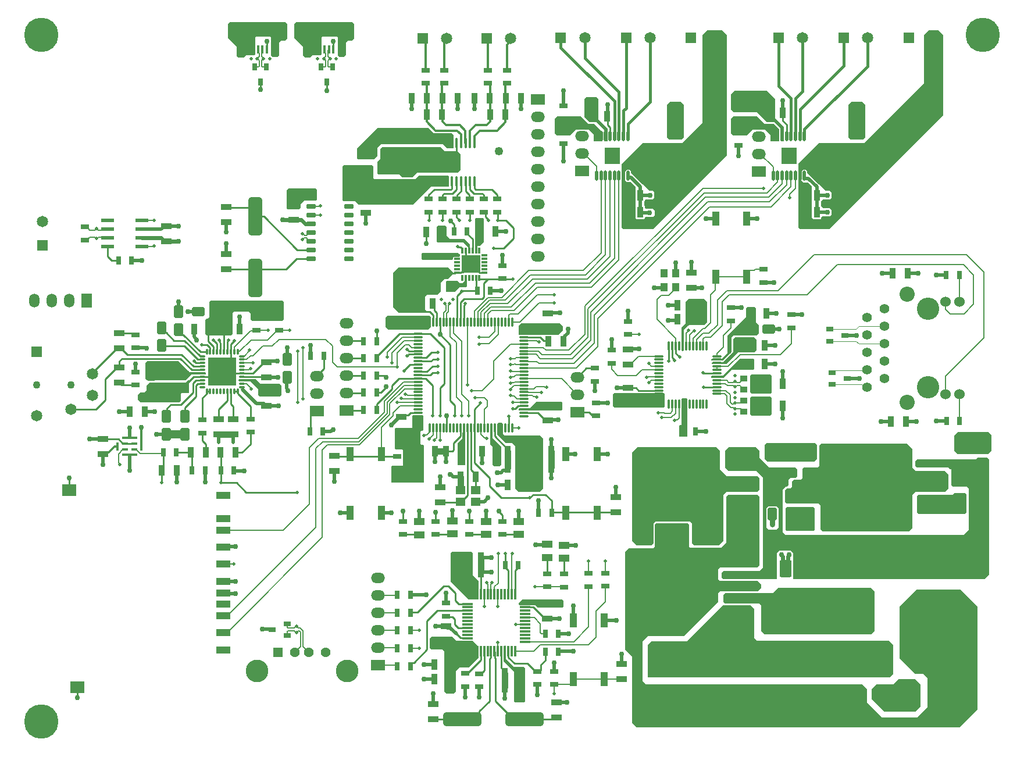
<source format=gtl>
G04*
G04 #@! TF.GenerationSoftware,Altium Limited,Altium Designer,22.4.2 (48)*
G04*
G04 Layer_Physical_Order=1*
G04 Layer_Color=255*
%FSLAX25Y25*%
%MOIN*%
G70*
G04*
G04 #@! TF.SameCoordinates,507B7574-AD96-49B3-9928-A38505287C88*
G04*
G04*
G04 #@! TF.FilePolarity,Positive*
G04*
G01*
G75*
%ADD10C,0.00787*%
%ADD12C,0.02362*%
%ADD14C,0.01000*%
%ADD16C,0.01575*%
%ADD21R,0.03937X0.03740*%
G04:AMPARAMS|DCode=22|XSize=31.5mil|YSize=13.39mil|CornerRadius=1.67mil|HoleSize=0mil|Usage=FLASHONLY|Rotation=180.000|XOffset=0mil|YOffset=0mil|HoleType=Round|Shape=RoundedRectangle|*
%AMROUNDEDRECTD22*
21,1,0.03150,0.01004,0,0,180.0*
21,1,0.02815,0.01339,0,0,180.0*
1,1,0.00335,-0.01408,0.00502*
1,1,0.00335,0.01408,0.00502*
1,1,0.00335,0.01408,-0.00502*
1,1,0.00335,-0.01408,-0.00502*
%
%ADD22ROUNDEDRECTD22*%
G04:AMPARAMS|DCode=23|XSize=33.47mil|YSize=13.39mil|CornerRadius=1.67mil|HoleSize=0mil|Usage=FLASHONLY|Rotation=270.000|XOffset=0mil|YOffset=0mil|HoleType=Round|Shape=RoundedRectangle|*
%AMROUNDEDRECTD23*
21,1,0.03347,0.01004,0,0,270.0*
21,1,0.03012,0.01339,0,0,270.0*
1,1,0.00335,-0.00502,-0.01506*
1,1,0.00335,-0.00502,0.01506*
1,1,0.00335,0.00502,0.01506*
1,1,0.00335,0.00502,-0.01506*
%
%ADD23ROUNDEDRECTD23*%
%ADD24O,0.01102X0.03543*%
%ADD25O,0.03543X0.01102*%
%ADD26R,0.16142X0.16142*%
%ADD27O,0.01772X0.05906*%
%ADD28R,0.09095X0.09685*%
%ADD29R,0.14921X0.03898*%
G04:AMPARAMS|DCode=30|XSize=149.21mil|YSize=38.98mil|CornerRadius=4.87mil|HoleSize=0mil|Usage=FLASHONLY|Rotation=180.000|XOffset=0mil|YOffset=0mil|HoleType=Round|Shape=RoundedRectangle|*
%AMROUNDEDRECTD30*
21,1,0.14921,0.02923,0,0,180.0*
21,1,0.13947,0.03898,0,0,180.0*
1,1,0.00974,-0.06973,0.01462*
1,1,0.00974,0.06973,0.01462*
1,1,0.00974,0.06973,-0.01462*
1,1,0.00974,-0.06973,-0.01462*
%
%ADD30ROUNDEDRECTD30*%
G04:AMPARAMS|DCode=31|XSize=51.58mil|YSize=24.41mil|CornerRadius=3.05mil|HoleSize=0mil|Usage=FLASHONLY|Rotation=0.000|XOffset=0mil|YOffset=0mil|HoleType=Round|Shape=RoundedRectangle|*
%AMROUNDEDRECTD31*
21,1,0.05158,0.01831,0,0,0.0*
21,1,0.04547,0.02441,0,0,0.0*
1,1,0.00610,0.02274,-0.00915*
1,1,0.00610,-0.02274,-0.00915*
1,1,0.00610,-0.02274,0.00915*
1,1,0.00610,0.02274,0.00915*
%
%ADD31ROUNDEDRECTD31*%
%ADD32R,0.05906X0.03937*%
%ADD33R,0.03740X0.01575*%
%ADD34R,0.09055X0.01378*%
%ADD35R,0.01378X0.05118*%
%ADD36O,0.01181X0.05709*%
%ADD37O,0.05709X0.01181*%
%ADD38R,0.11811X0.05315*%
%ADD39R,0.01575X0.04921*%
%ADD40R,0.05512X0.04724*%
%ADD41R,0.04331X0.05118*%
G04:AMPARAMS|DCode=42|XSize=98.43mil|YSize=66.93mil|CornerRadius=8.37mil|HoleSize=0mil|Usage=FLASHONLY|Rotation=270.000|XOffset=0mil|YOffset=0mil|HoleType=Round|Shape=RoundedRectangle|*
%AMROUNDEDRECTD42*
21,1,0.09843,0.05020,0,0,270.0*
21,1,0.08169,0.06693,0,0,270.0*
1,1,0.01673,-0.02510,-0.04085*
1,1,0.01673,-0.02510,0.04085*
1,1,0.01673,0.02510,0.04085*
1,1,0.01673,0.02510,-0.04085*
%
%ADD42ROUNDEDRECTD42*%
%ADD43O,0.05906X0.01181*%
%ADD44O,0.01181X0.05906*%
%ADD45R,0.07874X0.06693*%
%ADD46R,0.07874X0.03937*%
G04:AMPARAMS|DCode=47|XSize=11.02mil|YSize=61.42mil|CornerRadius=2.76mil|HoleSize=0mil|Usage=FLASHONLY|Rotation=0.000|XOffset=0mil|YOffset=0mil|HoleType=Round|Shape=RoundedRectangle|*
%AMROUNDEDRECTD47*
21,1,0.01102,0.05591,0,0,0.0*
21,1,0.00551,0.06142,0,0,0.0*
1,1,0.00551,0.00276,-0.02795*
1,1,0.00551,-0.00276,-0.02795*
1,1,0.00551,-0.00276,0.02795*
1,1,0.00551,0.00276,0.02795*
%
%ADD47ROUNDEDRECTD47*%
G04:AMPARAMS|DCode=48|XSize=11.02mil|YSize=61.42mil|CornerRadius=2.76mil|HoleSize=0mil|Usage=FLASHONLY|Rotation=270.000|XOffset=0mil|YOffset=0mil|HoleType=Round|Shape=RoundedRectangle|*
%AMROUNDEDRECTD48*
21,1,0.01102,0.05591,0,0,270.0*
21,1,0.00551,0.06142,0,0,270.0*
1,1,0.00551,-0.02795,-0.00276*
1,1,0.00551,-0.02795,0.00276*
1,1,0.00551,0.02795,0.00276*
1,1,0.00551,0.02795,-0.00276*
%
%ADD48ROUNDEDRECTD48*%
%ADD49R,0.06299X0.13780*%
%ADD50R,0.03937X0.07874*%
%ADD51R,0.15551X0.05118*%
%ADD52R,0.33858X0.34252*%
%ADD53O,0.01378X0.06299*%
%ADD54R,0.07756X0.02362*%
%ADD55R,0.03937X0.03150*%
%ADD56R,0.03150X0.03937*%
%ADD57R,0.13780X0.16535*%
%ADD58R,0.02362X0.05118*%
%ADD59R,0.21260X0.11811*%
G04:AMPARAMS|DCode=60|XSize=71.26mil|YSize=51.97mil|CornerRadius=6.5mil|HoleSize=0mil|Usage=FLASHONLY|Rotation=0.000|XOffset=0mil|YOffset=0mil|HoleType=Round|Shape=RoundedRectangle|*
%AMROUNDEDRECTD60*
21,1,0.07126,0.03898,0,0,0.0*
21,1,0.05827,0.05197,0,0,0.0*
1,1,0.01299,0.02913,-0.01949*
1,1,0.01299,-0.02913,-0.01949*
1,1,0.01299,-0.02913,0.01949*
1,1,0.01299,0.02913,0.01949*
%
%ADD60ROUNDEDRECTD60*%
G04:AMPARAMS|DCode=61|XSize=71.26mil|YSize=51.97mil|CornerRadius=6.5mil|HoleSize=0mil|Usage=FLASHONLY|Rotation=90.000|XOffset=0mil|YOffset=0mil|HoleType=Round|Shape=RoundedRectangle|*
%AMROUNDEDRECTD61*
21,1,0.07126,0.03898,0,0,90.0*
21,1,0.05827,0.05197,0,0,90.0*
1,1,0.01299,0.01949,0.02913*
1,1,0.01299,0.01949,-0.02913*
1,1,0.01299,-0.01949,-0.02913*
1,1,0.01299,-0.01949,0.02913*
%
%ADD61ROUNDEDRECTD61*%
G04:AMPARAMS|DCode=62|XSize=220.47mil|YSize=82.68mil|CornerRadius=20.67mil|HoleSize=0mil|Usage=FLASHONLY|Rotation=180.000|XOffset=0mil|YOffset=0mil|HoleType=Round|Shape=RoundedRectangle|*
%AMROUNDEDRECTD62*
21,1,0.22047,0.04134,0,0,180.0*
21,1,0.17913,0.08268,0,0,180.0*
1,1,0.04134,-0.08957,0.02067*
1,1,0.04134,0.08957,0.02067*
1,1,0.04134,0.08957,-0.02067*
1,1,0.04134,-0.08957,-0.02067*
%
%ADD62ROUNDEDRECTD62*%
G04:AMPARAMS|DCode=63|XSize=220.47mil|YSize=82.68mil|CornerRadius=20.67mil|HoleSize=0mil|Usage=FLASHONLY|Rotation=270.000|XOffset=0mil|YOffset=0mil|HoleType=Round|Shape=RoundedRectangle|*
%AMROUNDEDRECTD63*
21,1,0.22047,0.04134,0,0,270.0*
21,1,0.17913,0.08268,0,0,270.0*
1,1,0.04134,-0.02067,-0.08957*
1,1,0.04134,-0.02067,0.08957*
1,1,0.04134,0.02067,0.08957*
1,1,0.04134,0.02067,-0.08957*
%
%ADD63ROUNDEDRECTD63*%
%ADD64R,0.05118X0.02756*%
%ADD65R,0.02756X0.05118*%
%ADD66R,0.03543X0.05906*%
%ADD67R,0.05906X0.03543*%
%ADD131C,0.05500*%
%ADD141R,0.10630X0.10236*%
%ADD142R,0.31024X0.42677*%
%ADD143R,0.30000X0.42677*%
%ADD144C,0.00488*%
%ADD145C,0.00667*%
%ADD146C,0.00500*%
%ADD147C,0.00754*%
%ADD148C,0.01378*%
%ADD149C,0.01968*%
%ADD150C,0.01339*%
%ADD151C,0.03543*%
%ADD152C,0.03150*%
%ADD153C,0.04724*%
%ADD154C,0.00633*%
%ADD155O,0.07874X0.05906*%
%ADD156R,0.07874X0.06299*%
%ADD157C,0.06496*%
%ADD158R,0.06496X0.06496*%
%ADD159R,0.06496X0.06496*%
%ADD160O,0.04724X0.09449*%
%ADD161O,0.04134X0.08268*%
%ADD162O,0.05906X0.07874*%
%ADD163R,0.06299X0.07874*%
%ADD164C,0.12992*%
%ADD165R,0.05622X0.05622*%
%ADD166C,0.05622*%
%ADD167C,0.04331*%
%ADD168C,0.06000*%
%ADD169C,0.12800*%
%ADD170C,0.08700*%
G04:AMPARAMS|DCode=171|XSize=177.17mil|YSize=78.74mil|CornerRadius=19.68mil|HoleSize=0mil|Usage=FLASHONLY|Rotation=90.000|XOffset=0mil|YOffset=0mil|HoleType=Round|Shape=RoundedRectangle|*
%AMROUNDEDRECTD171*
21,1,0.17717,0.03937,0,0,90.0*
21,1,0.13780,0.07874,0,0,90.0*
1,1,0.03937,0.01968,0.06890*
1,1,0.03937,0.01968,-0.06890*
1,1,0.03937,-0.01968,-0.06890*
1,1,0.03937,-0.01968,0.06890*
%
%ADD171ROUNDEDRECTD171*%
G04:AMPARAMS|DCode=172|XSize=177.17mil|YSize=78.74mil|CornerRadius=19.68mil|HoleSize=0mil|Usage=FLASHONLY|Rotation=180.000|XOffset=0mil|YOffset=0mil|HoleType=Round|Shape=RoundedRectangle|*
%AMROUNDEDRECTD172*
21,1,0.17717,0.03937,0,0,180.0*
21,1,0.13780,0.07874,0,0,180.0*
1,1,0.03937,-0.06890,0.01968*
1,1,0.03937,0.06890,0.01968*
1,1,0.03937,0.06890,-0.01968*
1,1,0.03937,-0.06890,-0.01968*
%
%ADD172ROUNDEDRECTD172*%
%ADD173C,0.19685*%
%ADD174C,0.01968*%
%ADD175C,0.02362*%
%ADD176C,0.02953*%
%ADD177C,0.04921*%
%ADD178C,0.05000*%
G36*
X326772Y516142D02*
X326772D01*
Y507874D01*
X325590Y506693D01*
X323228D01*
X322047Y505512D01*
Y498425D01*
X320866Y497244D01*
Y497244D01*
X318504D01*
X317323Y498425D01*
Y508661D01*
X316929Y509055D01*
X308661D01*
X308268Y508661D01*
Y498819D01*
X307874Y498425D01*
X303150D01*
X301575Y496850D01*
Y496850D01*
X298819D01*
X297638Y498032D01*
Y503150D01*
X292520Y508268D01*
Y516142D01*
X293701Y517323D01*
X325590D01*
X326772Y516142D01*
D02*
G37*
G36*
X288583D02*
X288583D01*
Y507874D01*
X287402Y506693D01*
X285039D01*
X283858Y505512D01*
Y498425D01*
X282677Y497244D01*
Y497244D01*
X280315D01*
X279134Y498425D01*
Y508661D01*
X278740Y509055D01*
X270472D01*
X270079Y508661D01*
Y498819D01*
X269685Y498425D01*
X264961D01*
X263386Y496850D01*
Y496850D01*
X260630D01*
X259449Y498032D01*
Y503150D01*
X254331Y508268D01*
Y516142D01*
X255512Y517323D01*
X287402D01*
X288583Y516142D01*
D02*
G37*
G36*
X515748Y470079D02*
Y451181D01*
X514567Y450000D01*
X507480D01*
X506299Y451181D01*
Y470079D01*
X507874Y471654D01*
X514173D01*
X515748Y470079D01*
D02*
G37*
G36*
X619685Y470079D02*
Y451181D01*
X618504Y450000D01*
X611417D01*
X610236Y451181D01*
Y470079D01*
X611811Y471654D01*
X618110D01*
X619685Y470079D01*
D02*
G37*
G36*
X568110Y473228D02*
Y462205D01*
X573228Y457087D01*
Y454229D01*
X573190Y454035D01*
Y449902D01*
X573228Y449708D01*
Y449213D01*
X572835Y448819D01*
X571654D01*
X571260Y449213D01*
Y456299D01*
X567717Y459842D01*
X563386D01*
X557480Y465748D01*
X544488D01*
X542913Y467323D01*
Y475984D01*
X544882Y477953D01*
X563386D01*
X568110Y473228D01*
D02*
G37*
G36*
X562205Y459055D02*
Y459055D01*
X567323D01*
X570472Y455905D01*
Y449213D01*
X570079Y448819D01*
X565748D01*
X565354Y449213D01*
Y452756D01*
X562598Y455512D01*
X555118D01*
X551968Y452362D01*
X544095D01*
X542913Y453543D01*
Y461811D01*
X544488Y463386D01*
X557874D01*
X562205Y459055D01*
D02*
G37*
G36*
X466929Y473228D02*
X466929Y461417D01*
X472047Y456299D01*
Y454229D01*
X472009Y454035D01*
Y449902D01*
X472047Y449708D01*
Y449213D01*
X471654Y448819D01*
X470472D01*
X470079Y449213D01*
Y455512D01*
X465748Y459842D01*
X461811D01*
X458661Y462992D01*
Y473228D01*
X459842Y474409D01*
X465748D01*
X466929Y473228D01*
D02*
G37*
G36*
X461024Y459055D02*
X464567D01*
X469291Y454331D01*
Y449213D01*
X468898Y448819D01*
X464567D01*
X464173Y449213D01*
Y452756D01*
X461417Y455512D01*
X458769D01*
X458465Y455552D01*
X456496D01*
X456191Y455512D01*
X453937D01*
X450787Y452362D01*
X442913D01*
X441732Y453543D01*
Y461811D01*
X443307Y463386D01*
X456693D01*
X461024Y459055D01*
D02*
G37*
G36*
X372441Y453543D02*
X382677D01*
X383858Y452362D01*
Y445276D01*
X383465Y444882D01*
X380117D01*
X380065Y444830D01*
X377650Y447244D01*
X342126D01*
X340158Y445276D01*
X340158Y440551D01*
X338189Y438583D01*
X329134D01*
X328346Y439370D01*
Y444882D01*
X340158Y456693D01*
X369291D01*
X372441Y453543D01*
D02*
G37*
G36*
X378740Y443307D02*
X386221Y443307D01*
X387795Y441732D01*
Y432677D01*
X386221Y431102D01*
X362992D01*
X360236Y428346D01*
X354331D01*
X352756Y429921D01*
X340945D01*
X340158Y430709D01*
Y437402D01*
X341732Y438976D01*
Y444488D01*
X342913Y445669D01*
X376378D01*
X378740Y443307D01*
D02*
G37*
G36*
X337795Y434646D02*
Y427953D01*
X338583Y427165D01*
X361811D01*
X363779Y429134D01*
X380709D01*
X381102Y428740D01*
Y423228D01*
X380709Y422835D01*
X370866D01*
X360630Y412598D01*
X329528D01*
X327559Y414567D01*
X320866D01*
X320079Y415354D01*
Y434646D01*
X320866Y435433D01*
X337008D01*
X337795Y434646D01*
D02*
G37*
G36*
X305512Y421260D02*
Y415748D01*
X304724Y414961D01*
X298031D01*
X296063Y412992D01*
Y410630D01*
X295276Y409842D01*
X288976D01*
X288189Y410630D01*
Y420866D01*
X289370Y422047D01*
X304724D01*
X305512Y421260D01*
D02*
G37*
G36*
X664370Y509842D02*
X664370Y463779D01*
X599213Y398622D01*
X582480D01*
X581496Y399606D01*
Y436024D01*
X593307Y447835D01*
X619095D01*
X653543Y482283D01*
Y509842D01*
X656496Y512795D01*
X661417D01*
X664370Y509842D01*
D02*
G37*
G36*
X540354D02*
Y440945D01*
X498032Y398622D01*
X481299D01*
X480315Y399606D01*
Y436024D01*
X492126Y447835D01*
X514764D01*
X526575Y459646D01*
Y509842D01*
X529528Y512795D01*
X537402D01*
X540354Y509842D01*
D02*
G37*
G36*
X401181Y404724D02*
Y391339D01*
X398819Y388976D01*
X397638D01*
X397244Y388583D01*
Y384646D01*
X396063D01*
Y404724D01*
X396457Y405118D01*
X400787D01*
X401181Y404724D01*
D02*
G37*
G36*
X379921Y400000D02*
Y394882D01*
X381890Y392913D01*
X390158D01*
X393307Y389764D01*
Y384646D01*
X392126D01*
Y388189D01*
X389370Y390945D01*
X374803D01*
X374016Y391732D01*
Y400000D01*
X374803Y400787D01*
X379134D01*
X379921Y400000D01*
D02*
G37*
G36*
X387402Y384055D02*
Y383236D01*
X387234Y382780D01*
X384419D01*
X384395Y382776D01*
X383957D01*
X383465Y382283D01*
Y381496D01*
X383071Y381102D01*
X365748D01*
X365354Y381496D01*
Y384646D01*
X365748Y385039D01*
X386417D01*
X387402Y384055D01*
D02*
G37*
G36*
X391339Y365748D02*
X390945Y365354D01*
X387402D01*
X384646Y362598D01*
X379921D01*
X379528Y362992D01*
Y368504D01*
X379921Y368898D01*
X386221D01*
X387008Y368110D01*
X387402Y367717D01*
X388976D01*
X390158Y368898D01*
Y372441D01*
X391339D01*
Y365748D01*
D02*
G37*
G36*
X383465Y373962D02*
Y372835D01*
X380709Y370079D01*
X378346D01*
X376378Y368110D01*
Y362992D01*
X374410Y361024D01*
X368504D01*
X367323Y359842D01*
Y352756D01*
X368829Y351249D01*
X368638Y350787D01*
X352362D01*
X349213Y353937D01*
Y373622D01*
X352362Y376772D01*
X380655D01*
X383465Y373962D01*
D02*
G37*
G36*
X286614Y356693D02*
Y346850D01*
X285827Y346063D01*
X268110D01*
X267323Y346850D01*
Y350394D01*
X266535Y351181D01*
X257874D01*
X257087Y350394D01*
Y338583D01*
X256299Y337795D01*
X242126D01*
X241339Y338583D01*
Y346457D01*
X242126Y347244D01*
X242913D01*
Y347244D01*
X243701Y348031D01*
Y356693D01*
X244488Y357480D01*
X285827D01*
X286614Y356693D01*
D02*
G37*
G36*
X370866Y348031D02*
Y347676D01*
X370865Y347669D01*
Y343142D01*
X370866Y343135D01*
Y342520D01*
X369291Y340945D01*
X346457D01*
Y340945D01*
X344882Y342520D01*
Y348031D01*
X345669Y348819D01*
X370079D01*
X370866Y348031D01*
D02*
G37*
G36*
X446457Y342913D02*
Y340551D01*
X443898Y337992D01*
X421260D01*
Y343307D01*
X422441Y344488D01*
X444882D01*
X446457Y342913D01*
D02*
G37*
G36*
X529134Y357087D02*
Y345276D01*
X527559Y343701D01*
X518504D01*
X515748Y340945D01*
Y329134D01*
X515354Y328740D01*
X514961D01*
X514567Y329134D01*
Y342126D01*
X516929Y344488D01*
Y357087D01*
X518504Y358661D01*
X527559D01*
X529134Y357087D01*
D02*
G37*
G36*
X557087Y353150D02*
Y345276D01*
X557087D01*
X558661Y343701D01*
Y338976D01*
X558661D01*
X557480Y337795D01*
X544488D01*
X542913Y336221D01*
Y328346D01*
X537795Y323228D01*
X531890D01*
X531496Y323622D01*
Y324016D01*
X531890Y324410D01*
X537795D01*
X540945Y327559D01*
Y337795D01*
X551575Y348425D01*
Y353150D01*
X552362Y353937D01*
X556299D01*
X557087Y353150D01*
D02*
G37*
G36*
X557480Y335433D02*
Y329134D01*
X556299Y327953D01*
X546850D01*
Y327953D01*
X540158Y321260D01*
X532283D01*
X531890Y321654D01*
Y322047D01*
X532283Y322441D01*
X538189D01*
X544095Y328346D01*
Y335433D01*
X545276Y336614D01*
X556299D01*
X557480Y335433D01*
D02*
G37*
G36*
X556299Y324016D02*
Y318504D01*
X555905Y318110D01*
X543307D01*
X538583Y313386D01*
X531890D01*
X531496Y313779D01*
Y314173D01*
X531890Y314567D01*
X538189D01*
X548032Y324410D01*
X555905D01*
X556299Y324016D01*
D02*
G37*
G36*
X232283Y316535D02*
X241339D01*
X241732Y316142D01*
Y315748D01*
X241339Y315354D01*
X233858D01*
X230315Y311811D01*
X208268D01*
X207087Y312992D01*
Y321654D01*
X208268Y322835D01*
X225984D01*
X232283Y316535D01*
D02*
G37*
G36*
X566143Y314568D02*
Y305120D01*
X565354Y304331D01*
X554728D01*
X553939Y305120D01*
Y314568D01*
X554726Y315356D01*
X565356D01*
X566143Y314568D01*
D02*
G37*
G36*
X273228Y309842D02*
X284252D01*
X285039Y309055D01*
Y303543D01*
X284252Y302756D01*
X272441D01*
X271654Y303543D01*
Y307087D01*
X267323Y311417D01*
X261024D01*
X260630Y311811D01*
Y312205D01*
X261024Y312598D01*
Y312598D01*
X270472D01*
X273228Y309842D01*
D02*
G37*
G36*
X232677Y310630D02*
X232677D01*
X232283Y310236D01*
Y305118D01*
X231890Y304724D01*
X227953D01*
X227559Y304331D01*
Y300394D01*
X227559D01*
X226378Y299213D01*
X204331D01*
X202756Y300787D01*
Y303543D01*
X204331Y305118D01*
X206693D01*
X207874Y306299D01*
Y309055D01*
X209449Y310630D01*
X230315D01*
X231496Y311811D01*
X232677D01*
Y310630D01*
D02*
G37*
G36*
X504724Y304331D02*
Y296850D01*
X504331Y296457D01*
X475984D01*
X475197Y297244D01*
Y303937D01*
X475984Y304724D01*
X504331D01*
X504724Y304331D01*
D02*
G37*
G36*
X446063Y299213D02*
Y295276D01*
X445321Y294534D01*
X426503D01*
X426409Y294552D01*
X421882D01*
X421788Y294534D01*
X421608D01*
X421260Y294882D01*
Y295669D01*
X421654Y296063D01*
X421875D01*
X421882Y296062D01*
X426409D01*
X426416Y296063D01*
X427559D01*
X431102Y299606D01*
X445669D01*
X446063Y299213D01*
D02*
G37*
G36*
X366535Y291732D02*
Y283465D01*
X366142Y283071D01*
X365354D01*
X364961Y282677D01*
Y275197D01*
X365354Y274803D01*
X366535D01*
X366929Y274410D01*
Y253543D01*
X366535Y253150D01*
X348425D01*
X348031Y253543D01*
Y262598D01*
X348425Y262992D01*
X354331Y262992D01*
X354724Y263386D01*
Y266428D01*
X354734D01*
Y270384D01*
X354724D01*
Y272047D01*
X354331Y272441D01*
X350394D01*
X350000Y272835D01*
Y284252D01*
X350394Y284646D01*
X359842D01*
X360236Y285039D01*
Y291732D01*
X360630Y292126D01*
X361049D01*
X361055Y292125D01*
X365583D01*
X365589Y292126D01*
X366142D01*
X366535Y291732D01*
D02*
G37*
G36*
X566143Y301969D02*
Y292520D01*
X565353Y291732D01*
X554727D01*
X553938Y292520D01*
Y301969D01*
X554725Y302757D01*
X565355D01*
X566143Y301969D01*
D02*
G37*
G36*
X517717Y301181D02*
X517717D01*
Y279921D01*
X517323Y279528D01*
X513386D01*
X512992Y279921D01*
Y285827D01*
X513386Y286221D01*
X514173D01*
X514567Y286614D01*
Y301181D01*
X514961Y301575D01*
X517323D01*
X517717Y301181D01*
D02*
G37*
G36*
X692126Y280709D02*
X692126Y271654D01*
X690158Y269685D01*
X672835D01*
X670866Y271654D01*
X670866Y280315D01*
X672835Y282283D01*
X690551D01*
X692126Y280709D01*
D02*
G37*
G36*
X592126Y274803D02*
X592126Y266929D01*
X590551Y265354D01*
X563779D01*
X562205Y266929D01*
Y274803D01*
X563386Y275984D01*
X590945D01*
X592126Y274803D01*
D02*
G37*
G36*
X390551Y287008D02*
Y286849D01*
X390550Y286842D01*
Y282315D01*
X390551Y282309D01*
Y263779D01*
X390158Y263386D01*
X386614D01*
X386221Y263779D01*
Y275984D01*
X388976Y278740D01*
Y281992D01*
X389041Y282315D01*
Y286842D01*
X389002Y287034D01*
X389370Y287402D01*
X390158D01*
X390551Y287008D01*
D02*
G37*
G36*
X406299D02*
Y286849D01*
X406298Y286842D01*
Y282315D01*
X406299Y282309D01*
Y278740D01*
X411024Y274016D01*
Y263386D01*
X410236Y262598D01*
X407087D01*
X406299Y263386D01*
Y273622D01*
X404724Y275197D01*
Y281992D01*
X404789Y282315D01*
Y286842D01*
X404751Y287034D01*
X405118Y287402D01*
X405905D01*
X406299Y287008D01*
D02*
G37*
G36*
X412205D02*
Y286849D01*
X412203Y286842D01*
Y282315D01*
X412205Y282309D01*
Y281102D01*
X412992Y280315D01*
X433465D01*
X435039Y278740D01*
Y250000D01*
X433071Y248031D01*
X421260D01*
X419291Y250000D01*
Y274016D01*
X417323Y275984D01*
X413779D01*
X408661Y281102D01*
Y281992D01*
X408726Y282315D01*
Y286842D01*
X408688Y287034D01*
X409449Y287795D01*
X411417D01*
X412205Y287008D01*
D02*
G37*
G36*
X677953Y246457D02*
Y236221D01*
X677953D01*
X677165Y235433D01*
X650394D01*
X649606Y236221D01*
Y245669D01*
X650394Y246457D01*
X670079D01*
X670866Y247244D01*
X677165D01*
X677953Y246457D01*
D02*
G37*
G36*
X590945Y238583D02*
Y226378D01*
X590158Y225590D01*
X574803D01*
X574016Y226378D01*
Y238583D01*
X574803Y239370D01*
X590158D01*
X590945Y238583D01*
D02*
G37*
G36*
X646654Y272638D02*
Y261811D01*
X648622Y259842D01*
X665354D01*
X667323Y257874D01*
Y250000D01*
X665354Y248031D01*
X648622D01*
X646654Y246063D01*
Y227362D01*
X644685Y225394D01*
X595472D01*
X594095Y226772D01*
X594095Y240158D01*
X593110Y241142D01*
X574803D01*
X573819Y242126D01*
Y249016D01*
X574803Y250000D01*
X576923D01*
X577756Y250833D01*
Y253937D01*
X578740Y254921D01*
X582677D01*
X583661Y255906D01*
Y260827D01*
X584646Y261811D01*
X592520D01*
X593504Y262795D01*
Y274606D01*
X594488Y275590D01*
X643701D01*
X646654Y272638D01*
D02*
G37*
G36*
X536417Y271654D02*
Y260827D01*
X540354Y256890D01*
X558071D01*
X559055Y255906D01*
Y249213D01*
X557874Y248031D01*
X540158D01*
X538583Y246457D01*
Y220079D01*
X535827Y217323D01*
X521654D01*
X520472Y218504D01*
Y229921D01*
X519291Y231102D01*
X499606D01*
X498425Y229921D01*
Y218504D01*
X497244Y217323D01*
X488976D01*
X486221Y220079D01*
Y270669D01*
X489173Y273622D01*
X534449D01*
X536417Y271654D01*
D02*
G37*
G36*
X559055Y245276D02*
Y205906D01*
X557874Y204724D01*
X536417D01*
X535433Y203740D01*
Y197835D01*
X536417Y196850D01*
X558071D01*
X560039Y194882D01*
Y192913D01*
X558071Y190945D01*
X536417D01*
X535433Y189961D01*
Y185039D01*
X515748Y165354D01*
X495079D01*
X492126Y162402D01*
Y139764D01*
X494095Y137795D01*
X618110D01*
X620866Y135039D01*
Y127165D01*
X629528Y118504D01*
X649606D01*
X655512Y124409D01*
Y141339D01*
X653150Y143701D01*
X648425D01*
X639370Y152756D01*
X639370Y182283D01*
X649016Y191929D01*
X674606D01*
X684252Y182283D01*
Y123228D01*
X674016Y112992D01*
X488976D01*
X486221Y115748D01*
Y153543D01*
X482283Y157480D01*
Y213779D01*
X484243Y215739D01*
X498453Y215776D01*
X499213Y216535D01*
Y229134D01*
X500000Y229921D01*
X518110D01*
X518898Y229134D01*
Y216535D01*
X519602Y215831D01*
X537136Y215877D01*
X540158Y218898D01*
Y245276D01*
X541339Y246457D01*
X557874D01*
X559055Y245276D01*
D02*
G37*
G36*
Y271654D02*
Y267717D01*
X564961Y261811D01*
X579724D01*
X580709Y260827D01*
Y256890D01*
X579724Y255906D01*
X576772D01*
X575787Y254921D01*
Y251969D01*
X574803Y250984D01*
X574213D01*
X572441Y249213D01*
Y224803D01*
X573819Y223425D01*
X676181D01*
X679134Y226378D01*
Y250000D01*
X678150Y250984D01*
X670276Y250984D01*
X669291Y251969D01*
Y260827D01*
X668307D01*
X667323Y261811D01*
X649606D01*
X648622Y262795D01*
Y265748D01*
X649606Y266732D01*
X683071D01*
X684055Y267717D01*
X689961D01*
X690945Y266732D01*
Y200787D01*
X687992Y197835D01*
X592520D01*
X578937Y197835D01*
X578346Y198425D01*
Y212992D01*
X577165Y214173D01*
X570472D01*
X569193Y212894D01*
Y198327D01*
X568701Y197835D01*
X538386Y197835D01*
X537402Y198819D01*
X537402Y201772D01*
X538386Y202756D01*
X559055D01*
X561024Y204724D01*
Y256299D01*
X557480Y259842D01*
X541339Y259842D01*
X539370Y261811D01*
Y271654D01*
X541339Y273622D01*
X557087Y273622D01*
X559055Y271654D01*
D02*
G37*
G36*
X394882Y212992D02*
Y200000D01*
X398031Y196850D01*
Y186614D01*
X397638Y186221D01*
X392520D01*
X382283Y196457D01*
Y212992D01*
X383071Y213779D01*
X394094D01*
X394882Y212992D01*
D02*
G37*
G36*
X446850Y185433D02*
Y182283D01*
X446063Y181496D01*
X432283D01*
X430709Y183071D01*
X421654Y183071D01*
X421260Y183465D01*
Y184252D01*
X423228Y186221D01*
X446063D01*
X446850Y185433D01*
D02*
G37*
G36*
X625000Y190945D02*
Y168307D01*
X623032Y166339D01*
X562008D01*
X560039Y168307D01*
X560039Y183071D01*
X559055Y184055D01*
X539370Y184055D01*
X538386Y185039D01*
Y188976D01*
X539370Y189961D01*
X566929D01*
X569882Y192913D01*
X623032D01*
X625000Y190945D01*
D02*
G37*
G36*
X556102Y181102D02*
Y164370D01*
X557874Y162598D01*
X633465D01*
X635827Y160236D01*
Y143701D01*
X633858Y141732D01*
X495079D01*
Y160433D01*
X497047Y162402D01*
X517717D01*
X527559Y172244D01*
X538386Y183071D01*
X554134D01*
X556102Y181102D01*
D02*
G37*
G36*
X385433Y162598D02*
X394882D01*
X398031Y159449D01*
Y152756D01*
X392520Y147244D01*
X387008D01*
X385039Y145276D01*
Y133465D01*
X383858Y132283D01*
X379528D01*
X378346Y133465D01*
Y156693D01*
X377559Y157480D01*
X371260D01*
X370079Y158661D01*
Y163779D01*
X371260Y164961D01*
X383071D01*
X385433Y162598D01*
D02*
G37*
G36*
X413779Y159449D02*
Y152362D01*
X418504Y147638D01*
X424016D01*
X424803Y146850D01*
Y127953D01*
X424016Y127165D01*
X419291Y127165D01*
X418504Y127953D01*
Y144882D01*
X412598Y150787D01*
Y159449D01*
X412992Y159843D01*
X413386D01*
X413779Y159449D01*
D02*
G37*
G36*
X651575Y137795D02*
Y125000D01*
X648622Y122047D01*
X630905D01*
X623622Y129331D01*
X623622Y135039D01*
X626378Y137795D01*
X635827D01*
X638779Y140748D01*
X648622D01*
X651575Y137795D01*
D02*
G37*
%LPC*%
G36*
X584941Y432716D02*
X584747Y432677D01*
X584252D01*
X583268Y431693D01*
Y426575D01*
X584646Y425197D01*
X587008D01*
X589173Y423032D01*
Y405315D01*
X589754Y404734D01*
Y404715D01*
X589773D01*
X590158Y404331D01*
X594095D01*
X594479Y404715D01*
X594498D01*
Y405128D01*
X595276Y405905D01*
X599409D01*
X600394Y406890D01*
Y409646D01*
X599409Y410630D01*
X595669D01*
X594498Y411802D01*
Y411821D01*
X594488D01*
Y414558D01*
X594498D01*
Y414576D01*
X595669Y415748D01*
X599409D01*
X600394Y416732D01*
Y419488D01*
X599409Y420472D01*
X597244D01*
X593307Y424409D01*
X586614Y431102D01*
Y431890D01*
X585827Y432677D01*
X585135D01*
X584941Y432716D01*
D02*
G37*
G36*
X483760D02*
X483566Y432677D01*
X483071D01*
X482087Y431693D01*
Y426575D01*
X483071Y425591D01*
X483566D01*
X483760Y425552D01*
X483954Y425591D01*
X485433D01*
X488189Y422835D01*
Y405118D01*
X488573Y404734D01*
Y404715D01*
X488592D01*
X488976Y404331D01*
X492913D01*
X493298Y404715D01*
X493317D01*
Y405127D01*
X493701Y405512D01*
X498032D01*
X499213Y406693D01*
Y409055D01*
X498032Y410236D01*
X494095D01*
X493317Y411014D01*
Y411821D01*
X493307D01*
Y414558D01*
X493317D01*
Y415364D01*
X493701Y415748D01*
X498032Y415748D01*
X498819Y416535D01*
Y419685D01*
X498032Y420472D01*
X496063D01*
X492126Y424409D01*
X485433Y431102D01*
Y431890D01*
X484646Y432677D01*
X483954D01*
X483760Y432716D01*
D02*
G37*
G36*
X568898Y239764D02*
X564173D01*
X562992Y238583D01*
Y227559D01*
X564173Y226378D01*
X568898D01*
X570079Y227559D01*
Y238583D01*
X568898Y239764D01*
D02*
G37*
%LPD*%
D10*
X545669Y321260D02*
X552756D01*
X538386Y313976D02*
X545669Y321260D01*
X534842Y313976D02*
X538386D01*
X201083Y271850D02*
X202165D01*
X204114Y269902D01*
X216752D01*
X200689Y272244D02*
X201083Y271850D01*
X216752Y269902D02*
X217323Y270472D01*
X533465Y484252D02*
Y508268D01*
X531693Y460433D02*
X533465Y462205D01*
X405512Y351969D02*
X418504D01*
X403575Y350031D02*
X405512Y351969D01*
X403575Y345406D02*
Y350031D01*
X404724Y355906D02*
X414961D01*
X399638Y345406D02*
Y350819D01*
X404724Y355906D01*
X404331Y357874D02*
X413386D01*
X397669Y351213D02*
X404331Y357874D01*
X397669Y345406D02*
Y351213D01*
X395776Y345481D02*
Y351682D01*
X403543Y359449D02*
X411417D01*
X395776Y351682D02*
X403543Y359449D01*
X411417D02*
X426772Y374803D01*
X414961Y355906D02*
X429134Y370079D01*
X416929Y353937D02*
X430709Y367717D01*
X405118Y353937D02*
X416929D01*
X401606Y350425D02*
X405118Y353937D01*
X418504Y351969D02*
X431693Y365158D01*
X413386Y357874D02*
X427953Y372441D01*
X459449D01*
X429134Y370079D02*
X460630D01*
X430709Y367717D02*
X461811D01*
X431693Y365158D02*
X462795D01*
X426772Y374803D02*
X458268D01*
X468405Y384941D01*
Y429134D01*
X459449Y372441D02*
X470965Y383957D01*
X460630Y370079D02*
X473524Y382972D01*
X470965Y383957D02*
Y429134D01*
X473524Y382972D02*
Y429134D01*
X461811Y367717D02*
X476083Y381988D01*
Y429134D01*
X462795Y365158D02*
X478642Y381004D01*
Y429134D01*
X304724Y272835D02*
X308661Y276772D01*
X329417D02*
X345669Y293024D01*
X308661Y276772D02*
X329417D01*
X301087Y273323D02*
X306504Y278740D01*
X329158D02*
X344094Y293676D01*
X306504Y278740D02*
X329158D01*
X359055Y168504D02*
X359055Y168504D01*
X364173D01*
X617323Y435827D02*
X658661Y477165D01*
X612992Y433169D02*
X614961Y431201D01*
X673858Y288642D02*
Y303898D01*
X665866D02*
Y314291D01*
X673721Y372441D02*
X673858Y372303D01*
Y356850D02*
Y372303D01*
X665866Y356850D02*
X665866Y356850D01*
X665866Y352638D02*
Y356850D01*
X673858Y288642D02*
X673917Y288583D01*
X205020Y388583D02*
X211491D01*
X211885Y388976D02*
X212205D01*
X211491Y388583D02*
X211885Y388976D01*
X533465Y462205D02*
Y484252D01*
X511024Y439764D02*
X513779Y442520D01*
X513779D02*
X533465Y462205D01*
X511024Y430913D02*
Y439764D01*
X513779Y442520D02*
X513779D01*
X483858Y320866D02*
X485039D01*
X489961Y325787D02*
X501378D01*
X485039Y320866D02*
X489961Y325787D01*
X569685Y152913D02*
X606299D01*
X533071D02*
Y172047D01*
X533425Y152913D02*
X569685D01*
X606299D02*
X631496D01*
X541339Y180315D02*
X546850D01*
X533071Y172047D02*
X541339Y180315D01*
X533071Y152559D02*
Y152913D01*
X503543Y152559D02*
X533071D01*
X586614Y361024D02*
X603937Y378346D01*
X541732Y361024D02*
X586614D01*
X537795Y357087D02*
X541732Y361024D01*
X571260Y326772D02*
X577559Y333071D01*
X548032Y326772D02*
X571260D01*
X541142Y319882D02*
X548032Y326772D01*
X574016Y187008D02*
X598032D01*
X582382Y433791D02*
X584024Y435433D01*
X610728D01*
X582382Y429134D02*
Y433791D01*
X546850Y187008D02*
X574016D01*
X598032D02*
X605905Y179134D01*
X610630D01*
X533071Y152559D02*
X533425Y152913D01*
X500787Y148425D02*
Y149803D01*
X503543Y152559D01*
X403150Y296850D02*
Y300394D01*
X401606Y284579D02*
Y295307D01*
X403150Y296850D01*
X251772Y167165D02*
X253346Y168740D01*
X255354D01*
X308465Y221850D01*
Y271850D01*
X251772Y177008D02*
X253346Y178583D01*
X255748D02*
X304724Y227559D01*
Y272835D01*
X253346Y178583D02*
X255748D01*
X308465Y271850D02*
X311417Y274803D01*
X329676D02*
X347244Y292372D01*
X311417Y274803D02*
X329676D01*
X251772Y225984D02*
X286221D01*
X301087Y240850D02*
Y273323D01*
X286221Y225984D02*
X301087Y240850D01*
X342323Y284842D02*
X349213Y291732D01*
X342323Y269488D02*
Y284842D01*
X347244Y292372D02*
Y298695D01*
X353181Y297276D02*
X363319D01*
X349213Y291732D02*
Y293307D01*
X345669Y293024D02*
Y299348D01*
X349213Y293307D02*
X353181Y297276D01*
X344094Y293676D02*
Y300000D01*
X400000Y305906D02*
X406693Y312598D01*
X394094Y305906D02*
X400000D01*
X401575Y301969D02*
X403150Y300394D01*
X396063Y301969D02*
X401575D01*
X391732Y309449D02*
X391748Y309465D01*
Y345390D01*
X391764Y345406D01*
X388583Y291732D02*
Y299213D01*
X385433Y302362D02*
Y333465D01*
Y302362D02*
X388583Y299213D01*
Y303937D02*
X392520Y300000D01*
Y291732D02*
Y300000D01*
X388583Y303937D02*
Y334252D01*
X383890Y338945D02*
X388583Y334252D01*
X381921Y336976D02*
X385433Y333465D01*
X381921Y336976D02*
Y345406D01*
X383890Y338945D02*
Y345406D01*
X429720Y156492D02*
X433465Y160236D01*
X461024D01*
X419087Y156492D02*
X429720D01*
X294488Y299213D02*
Y328740D01*
X297638Y301181D02*
Y330686D01*
X283858Y335433D02*
X310630D01*
X279921Y331496D02*
X283858Y335433D01*
X310630D02*
X314567Y331496D01*
X267717Y335039D02*
X277165D01*
X261310Y328633D02*
X267717Y335039D01*
X277165D02*
X281693Y339567D01*
Y339665D02*
X282677Y340650D01*
X281693Y339567D02*
Y339665D01*
X282677Y340650D02*
X283858D01*
X270866D02*
X270965Y340551D01*
X277559D01*
X268898Y325984D02*
X274410Y331496D01*
X317119Y319685D02*
X351575D01*
X274410Y331496D02*
X279921D01*
X314567Y322237D02*
X317119Y319685D01*
X314567Y322237D02*
Y331496D01*
X409449Y195669D02*
Y212598D01*
X407276Y193496D02*
X409449Y195669D01*
X407276Y189406D02*
Y193496D01*
X417220Y189508D02*
Y212496D01*
X417323Y212598D01*
X417118Y189406D02*
X417220Y189508D01*
X461024Y201181D02*
Y208169D01*
X437402Y193504D02*
X447146D01*
X447244Y193405D01*
X430413Y193504D02*
X437402D01*
X409244Y182417D02*
Y189406D01*
X470866Y201279D02*
Y208268D01*
X340551Y148740D02*
X350866D01*
X351575Y148031D01*
X351102Y158740D02*
X351575Y158268D01*
X340551Y158740D02*
X351102D01*
X351339Y168740D02*
X351575Y168504D01*
X340551Y168740D02*
X351339D01*
X340551Y178740D02*
X351575D01*
X340551Y188740D02*
X351339D01*
X351575Y188976D01*
X401370Y182417D02*
Y189406D01*
X419598Y171965D02*
X424717D01*
X470276Y140748D02*
X480118D01*
X480315Y140551D01*
X470276Y140748D02*
X470276Y140748D01*
X452559Y140748D02*
X470276D01*
X441339Y137500D02*
X450984D01*
X452559Y139075D01*
Y140748D01*
X461024Y160236D02*
X465354Y164567D01*
X452673Y162122D02*
X461024Y170472D01*
X424717Y162122D02*
X452673D01*
X441339Y132382D02*
Y137500D01*
X409244Y156492D02*
Y161610D01*
X359055Y158268D02*
X364173D01*
X424717Y175902D02*
X430004D01*
X433465Y172441D01*
X434221Y166566D02*
X436288D01*
X433465Y167323D02*
X434221Y166566D01*
X433465Y167323D02*
Y172441D01*
X436288Y166566D02*
X436319Y166535D01*
X465354Y164567D02*
Y179528D01*
X470866Y185039D01*
Y193799D01*
X461024Y170472D02*
Y193701D01*
X614961Y431201D02*
Y433464D01*
Y429528D02*
Y431201D01*
Y433464D02*
X617323Y435827D01*
X658661Y477165D02*
Y508268D01*
X610728Y435433D02*
X612992Y433169D01*
X526772Y422047D02*
X561417D01*
X406693Y312598D02*
Y322835D01*
X416567Y332709D02*
X424146D01*
X406693Y322835D02*
X416567Y332709D01*
X191732Y264567D02*
X192520Y263779D01*
X191732Y264567D02*
Y269685D01*
X194291Y272244D02*
X195374D01*
X191732Y269685D02*
X194291Y272244D01*
X351575Y327559D02*
X356299Y332283D01*
X351575Y319685D02*
Y327559D01*
X345669Y327953D02*
X354362Y336646D01*
X345669Y325197D02*
Y327953D01*
X348425Y322047D02*
Y327559D01*
X265158Y310039D02*
X267491Y307706D01*
Y307313D02*
Y307706D01*
Y307313D02*
X267717Y307087D01*
X262500Y310039D02*
X265158D01*
X356299Y332283D02*
X358268D01*
X348425Y327559D02*
X355543Y334677D01*
X363319D01*
X354362Y336646D02*
X363319D01*
X358268Y332283D02*
X359811Y330740D01*
X363319D01*
X511145Y333934D02*
Y336099D01*
X205000Y388563D02*
X205020Y388583D01*
X205000Y403563D02*
X205020Y403543D01*
X212205D01*
X369685Y278346D02*
Y278346D01*
X372003Y280665D02*
Y284503D01*
X369685Y278346D02*
X372003Y280665D01*
X368336Y280541D02*
X370110Y282315D01*
Y284579D01*
X367155Y280541D02*
X368336D01*
X366929Y280315D02*
X367155Y280541D01*
X372003Y284503D02*
X372079Y284579D01*
X372835Y277879D02*
X374047Y279091D01*
Y284579D01*
X372835Y277559D02*
Y277879D01*
X376000Y277575D02*
Y284563D01*
X375984Y277559D02*
X376000Y277575D01*
Y284563D02*
X376016Y284579D01*
X401606Y345406D02*
Y350425D01*
X395701Y345406D02*
X395776Y345481D01*
X283858Y340650D02*
X283957Y340551D01*
X289764D01*
X258071Y328248D02*
Y330906D01*
X267587Y340422D01*
X270638D02*
X270866Y340650D01*
X267587Y340422D02*
X270638D01*
X260039Y328248D02*
Y328488D01*
X260185Y328633D01*
X261310D01*
X262500Y321850D02*
X268701D01*
X268898Y322047D01*
X265158Y323819D02*
X267323Y325984D01*
X268898D01*
X262500Y323819D02*
X265158D01*
X263652Y325787D02*
X266929Y329065D01*
Y329134D01*
X262500Y325787D02*
X263652D01*
X266413Y317913D02*
X267003Y318504D01*
X262500Y317913D02*
X266413D01*
X267003Y318504D02*
X267323D01*
X302165Y406713D02*
X302175Y406703D01*
X307470D01*
X302215Y411762D02*
X307431D01*
X307480Y411811D01*
X302165Y411713D02*
X302215Y411762D01*
X390698Y368461D02*
Y370718D01*
X381890Y365748D02*
X387985D01*
X390698Y370718D02*
X390748Y370768D01*
X387985Y365748D02*
X390698Y368461D01*
X454103Y318929D02*
X466409Y331235D01*
X424146Y318929D02*
X454103D01*
X459193Y354468D02*
X526772Y422047D01*
X576575Y418701D02*
X579823Y421949D01*
X576378Y416535D02*
X576575Y416732D01*
Y418701D01*
X579823Y421949D02*
Y429134D01*
X530573Y411417D02*
X565748D01*
X577264Y422933D02*
Y429134D01*
X565748Y411417D02*
X577264Y422933D01*
X564929Y414142D02*
X574705Y423917D01*
X529445Y414142D02*
X564929D01*
X574705Y423917D02*
Y429134D01*
X564536Y416898D02*
X572146Y424508D01*
X528303Y416898D02*
X564536D01*
X572146Y424508D02*
Y429134D01*
X569587Y425492D02*
Y429134D01*
X527325Y419260D02*
X563354D01*
X569587Y425492D01*
X436912Y329134D02*
X449876D01*
X424146Y330740D02*
X435306D01*
X436912Y329134D01*
X424146Y328772D02*
X432646D01*
X434646Y326772D01*
X450854D01*
X431071Y326803D02*
X433465Y324410D01*
X451832D01*
X424146Y326803D02*
X431071D01*
X432677Y321654D02*
X452974D01*
X424146Y322866D02*
X424221Y322791D01*
X431540D01*
X432677Y321654D01*
X460863Y352798D02*
X527325Y419260D01*
X462534Y351128D02*
X528303Y416898D01*
X464482Y349179D02*
X529445Y414142D01*
X466409Y347253D02*
X530573Y411417D01*
X466409Y331235D02*
Y347253D01*
X464482Y333162D02*
Y349179D01*
X462534Y335110D02*
Y351128D01*
X460863Y336781D02*
Y352798D01*
X459193Y338451D02*
Y354468D01*
X452974Y321654D02*
X464482Y333162D01*
X451832Y324410D02*
X462534Y335110D01*
X450854Y326772D02*
X460863Y336781D01*
X449876Y329134D02*
X459193Y338451D01*
X458465Y441968D02*
X465846Y434587D01*
Y429134D02*
Y434587D01*
X457480Y441968D02*
X458465D01*
X559646Y441732D02*
X567028Y434350D01*
X558661Y441732D02*
X559646D01*
X567028Y429134D02*
Y434350D01*
X582382Y423917D02*
X583465Y422835D01*
X582382Y423917D02*
Y429134D01*
X583465Y418110D02*
Y422835D01*
X445668Y313024D02*
X453573Y305118D01*
X454557D01*
X424146Y313024D02*
X445668D01*
X251890Y206693D02*
X257874D01*
X251772Y206575D02*
X251890Y206693D01*
X355408Y309087D02*
X363319D01*
X355667Y307118D02*
X363319D01*
X355150Y311055D02*
X363319D01*
X344094Y300000D02*
X355150Y311055D01*
X345669Y299348D02*
X355408Y309087D01*
X347244Y298695D02*
X355667Y307118D01*
X424130Y299228D02*
X424146Y299244D01*
X417732Y299228D02*
X424130D01*
X417717Y299213D02*
X417732Y299228D01*
X540416Y363251D02*
X569944D01*
X590551Y383858D02*
X677953D01*
X569944Y363251D02*
X590551Y383858D01*
X665866Y314291D02*
X687795Y336221D01*
X677953Y383858D02*
X687795Y374016D01*
Y336221D02*
Y374016D01*
X681890Y355512D02*
Y372441D01*
X668504Y350000D02*
X676378D01*
X681890Y355512D01*
X675984Y378346D02*
X681890Y372441D01*
X603937Y378346D02*
X675984D01*
X535039Y343701D02*
Y357874D01*
X540416Y363251D01*
X537795Y343307D02*
Y357087D01*
X531102Y336614D02*
X537795Y343307D01*
X530315Y338976D02*
X535039Y343701D01*
X665866Y352638D02*
X668504Y350000D01*
X526668Y338976D02*
X530315D01*
X523044Y335352D02*
X526668Y338976D01*
X523044Y331706D02*
Y335352D01*
X523032Y331693D02*
X523044Y331706D01*
X527953Y336614D02*
X531102D01*
X526968Y335630D02*
X527953Y336614D01*
X526968Y331693D02*
Y335630D01*
X531102Y344882D02*
Y361024D01*
X533858Y363779D01*
X527953Y341732D02*
X531102Y344882D01*
X533858Y363779D02*
Y369021D01*
X526772Y341732D02*
X527953D01*
X534842Y325787D02*
Y327362D01*
X538583Y337795D02*
X542913Y342126D01*
X534842Y327362D02*
X538583Y331102D01*
Y337795D01*
X542913Y342126D02*
Y346063D01*
X533858Y369021D02*
X534621Y369783D01*
X551968Y371260D02*
X551968Y371260D01*
Y373228D01*
X553543Y374803D01*
X556053D01*
X556742Y375492D01*
X561417D01*
X534252Y371260D02*
X551968D01*
X521063Y336024D02*
X526772Y341732D01*
X521063Y331693D02*
Y336024D01*
X534842Y319882D02*
X541142D01*
X577559Y333071D02*
Y342028D01*
X534842Y317913D02*
Y319882D01*
X515158Y298228D02*
X517126D01*
X515158Y282776D02*
Y298228D01*
X515059Y282677D02*
X515158Y282776D01*
X500394Y346850D02*
Y358268D01*
Y346850D02*
X511145Y336099D01*
X502756Y360630D02*
X506988D01*
X500394Y358268D02*
X502756Y360630D01*
X474409Y318140D02*
Y321752D01*
X477983Y314567D02*
X488583D01*
X474409Y318140D02*
X477983Y314567D01*
X491929Y317913D02*
X501378D01*
X488583Y314567D02*
X491929Y317913D01*
X506988Y360630D02*
X511122Y364764D01*
X511145Y331768D02*
X511221Y331693D01*
X511122Y364764D02*
Y365158D01*
D12*
X575383Y211050D02*
X575984Y211651D01*
X575383Y205461D02*
Y211050D01*
X574016Y204095D02*
X575383Y205461D01*
X572452Y205658D02*
Y210853D01*
X571654Y211651D02*
X572452Y210853D01*
X571654Y211651D02*
Y211811D01*
X572452Y205658D02*
X574016Y204095D01*
X575984Y211651D02*
Y211811D01*
X298672Y401721D02*
X302157D01*
X292126Y403937D02*
X296457D01*
X298672Y401721D01*
X302157D02*
X302165Y401713D01*
X219291Y391732D02*
X225984D01*
X218110D02*
X219291D01*
X285827Y403937D02*
X292126D01*
X292126Y403937D01*
X216280Y393563D02*
X218110Y391732D01*
X205000Y393563D02*
X216280D01*
D14*
X216535Y260236D02*
X217323Y261024D01*
Y270472D01*
X243307Y334252D02*
X246260Y331299D01*
X243307Y340945D02*
X243701Y341339D01*
X243307Y334252D02*
Y340945D01*
X246260Y328248D02*
Y331299D01*
X239395Y332259D02*
X242544D01*
X244272Y328268D02*
Y330531D01*
X242544Y332259D02*
X244272Y330531D01*
Y328268D02*
X244291Y328248D01*
X363353Y312989D02*
X367720D01*
X371654Y291732D02*
Y309055D01*
X367720Y312989D02*
X371654Y309055D01*
X374327Y179839D02*
X391803D01*
X368573Y174085D02*
X374327Y179839D01*
X368573Y157550D02*
Y174085D01*
X227953Y307087D02*
X229134D01*
X224803Y301575D02*
X225177Y301948D01*
X231102Y308358D02*
Y310236D01*
X229134Y307087D02*
X229831D01*
X231102Y308358D01*
Y310236D02*
X234842Y313976D01*
X239862D01*
X234433Y310417D02*
X236004Y311988D01*
X234433Y304906D02*
Y310417D01*
X236004Y311988D02*
X239843D01*
X276181Y313976D02*
X276378Y313779D01*
X685354Y273542D02*
Y278685D01*
X688662Y273542D02*
Y278685D01*
X673228Y272047D02*
Y277953D01*
X677953Y272047D02*
Y277953D01*
X470866Y463386D02*
X472138Y462114D01*
X672744Y244882D02*
X674016Y243610D01*
X585433Y267323D02*
Y273228D01*
X589370Y267323D02*
Y273228D01*
X578740Y267323D02*
Y273228D01*
X568504Y267323D02*
Y273228D01*
X574803Y267323D02*
Y273228D01*
X564567Y267323D02*
Y273228D01*
X608661Y115945D02*
Y127559D01*
X567717Y115945D02*
Y127953D01*
X572047Y115945D02*
Y127953D01*
X535433Y115945D02*
Y127559D01*
X503150Y116732D02*
Y128347D01*
X394685Y382677D02*
X396260Y381102D01*
X257480Y512008D02*
X285827D01*
X399402Y189406D02*
Y201886D01*
X399520Y202004D01*
X387827Y164142D02*
X391752D01*
X385433Y166535D02*
X387827Y164142D01*
X391752D02*
X391803Y164091D01*
X509055Y432882D02*
Y436811D01*
X496063Y435039D02*
X506898D01*
X482283Y408268D02*
Y418110D01*
X398819Y373622D02*
X401575D01*
X396457Y375984D02*
X398819Y373622D01*
X210630Y304424D02*
Y305118D01*
X204724Y301969D02*
X205093Y302337D01*
X208543D02*
X210630Y304424D01*
X437795Y350394D02*
X438189Y350787D01*
X384911Y185561D02*
Y189892D01*
X378150Y194095D02*
X380709D01*
X384911Y189892D01*
X363119Y179064D02*
X378150Y194095D01*
X359379Y179064D02*
X363119D01*
X359055Y188976D02*
X359055Y188976D01*
X314432Y283465D02*
X314961D01*
X688662Y273542D02*
X688976Y273228D01*
X689764Y279786D02*
Y280315D01*
X688662Y278685D02*
X689764Y279786D01*
X685039Y273228D02*
X685354Y273542D01*
X684252Y279786D02*
X685354Y278685D01*
X684252Y279786D02*
Y280315D01*
X465415Y460963D02*
X470817Y455561D01*
X462205Y462205D02*
X463447Y460963D01*
X465415D01*
X252165Y328248D02*
Y341142D01*
X252362Y341339D01*
X617323Y435827D02*
Y436811D01*
X612992Y433169D02*
Y436811D01*
X279724Y169291D02*
X279921Y169095D01*
X373622Y231102D02*
X373622Y231102D01*
X373622Y231102D02*
Y236221D01*
X195374Y275787D02*
X200689D01*
X322008Y145276D02*
X322716D01*
X310630Y155945D02*
X311339D01*
X423622Y261811D02*
X431102D01*
X423622Y271260D02*
X431102D01*
Y261811D02*
Y271260D01*
X423622Y251969D02*
Y261811D01*
X414705Y276969D02*
X419095D01*
X411449Y280224D02*
Y284579D01*
Y280224D02*
X414705Y276969D01*
X419095D02*
X423622Y272441D01*
Y271260D02*
Y272441D01*
X409480Y284579D02*
X411449D01*
X385486Y447978D02*
X385539Y448032D01*
X385433Y441339D02*
X385486Y441392D01*
Y447978D01*
X382283Y403150D02*
X384154Y401279D01*
Y397244D02*
Y401279D01*
X471900Y298967D02*
X472047Y298819D01*
X465354Y299114D02*
X465502Y298967D01*
X461476Y293543D02*
X463386Y291634D01*
X464567D01*
X454724Y293543D02*
X461476D01*
X504429Y364961D02*
X504626Y365158D01*
X266535Y501575D02*
X269094D01*
X262008D02*
X266535D01*
X259341Y504241D02*
X260560D01*
X262008Y502794D01*
X257480Y506102D02*
Y512008D01*
Y506102D02*
X259341Y504241D01*
X262008Y501575D02*
Y502794D01*
X437319Y183776D02*
X437402Y183858D01*
X424717Y183776D02*
X437319D01*
X429610Y181807D02*
X436221Y175197D01*
X424717Y181807D02*
X429610D01*
X436221Y175197D02*
X437402D01*
X662992Y238583D02*
Y242488D01*
X657874Y243937D02*
X661543D01*
X662992Y242488D01*
X658268Y238583D02*
Y243543D01*
X657874Y243937D02*
X658268Y243543D01*
X653543Y242488D02*
X654992Y243937D01*
X657874D01*
X653543Y238583D02*
Y242488D01*
X483858Y307480D02*
X488583D01*
X491339Y298819D02*
X496654Y304134D01*
X477559Y298819D02*
X491339D01*
X477559Y307480D02*
X477559Y307480D01*
X489961Y306102D02*
X501378D01*
X488583Y307480D02*
X489961Y306102D01*
X484055Y329724D02*
X484252Y329921D01*
X357087Y442126D02*
X366142D01*
X366535Y442520D01*
X506898Y435039D02*
X509055Y432882D01*
X511024Y430913D01*
X672441Y244882D02*
X672744D01*
X674016Y238189D02*
Y243610D01*
X503150Y220079D02*
Y226772D01*
X516142Y220079D02*
Y226772D01*
X509252Y253150D02*
X549803D01*
X323819Y416713D02*
X333287D01*
X333465Y416535D01*
X201575Y330610D02*
X201723Y330463D01*
X207726D02*
X207874Y330315D01*
X197150Y309154D02*
X201575D01*
X192126Y310630D02*
X193398Y309358D01*
X196945D01*
X197150Y309154D01*
X193307Y330315D02*
X196850Y326772D01*
X227953D02*
X234825Y319900D01*
X196850Y326772D02*
X227953D01*
X190945Y319291D02*
X192126D01*
Y322835D01*
X193701Y324410D02*
X227165D01*
X192126Y322835D02*
X193701Y324410D01*
X657874Y263937D02*
X686457D01*
X682263Y257677D02*
X687008Y262421D01*
X682263Y255885D02*
Y257677D01*
X687008Y262421D02*
Y263386D01*
X681890Y255512D02*
X682263Y255885D01*
X679649Y253543D02*
X681617Y255512D01*
X681890D01*
X672441Y253543D02*
X679649D01*
X686457Y263937D02*
X687008Y263386D01*
X615039Y253937D02*
X657874D01*
X589764Y246941D02*
Y252756D01*
X587402Y245669D02*
X588492D01*
X589764Y246941D01*
X585039Y252756D02*
Y257390D01*
X586311Y258661D01*
X587402D01*
X578221Y247118D02*
Y250920D01*
X576772Y245669D02*
X578221Y247118D01*
Y250920D02*
X579528Y252227D01*
Y252756D01*
X547728Y263150D02*
X549803D01*
X545669Y265209D02*
X547728Y263150D01*
X545669Y265209D02*
Y269291D01*
X553059Y263150D02*
X555118Y265209D01*
Y269291D01*
X549803Y263150D02*
X553059D01*
X550394Y263740D02*
Y269291D01*
X549803Y263150D02*
X550394Y263740D01*
X566535Y255512D02*
X569291Y252756D01*
X566535Y255512D02*
Y258661D01*
X563779Y252227D02*
X565087Y250920D01*
X563779Y252227D02*
Y252756D01*
X565087Y247118D02*
X566535Y245669D01*
X565087Y247118D02*
Y250920D01*
X546850Y200394D02*
X557480D01*
X163386Y248819D02*
Y255906D01*
X168110Y129921D02*
Y136024D01*
X219291Y315748D02*
Y321260D01*
X366929Y425984D02*
X380421D01*
X366535Y425591D02*
X366929Y425984D01*
X363386Y419685D02*
X366535Y422835D01*
Y425591D01*
X355432Y420393D02*
X357087Y422047D01*
X353937Y415489D02*
X355432Y416984D01*
Y420393D01*
X353937Y414961D02*
Y415489D01*
X276772Y501575D02*
X276772Y501575D01*
X276772Y506299D02*
X276772Y506299D01*
Y501575D02*
Y506299D01*
X314961Y501575D02*
Y506299D01*
X314961Y506299D02*
X314961Y506299D01*
X309842Y512032D02*
X309866Y512008D01*
X324016D01*
X295669D02*
X309819D01*
X309842Y512032D01*
X333465Y416535D02*
Y422047D01*
X492913Y226772D02*
X492913Y226772D01*
Y220866D02*
Y226772D01*
X524803Y220472D02*
Y226772D01*
X534252D02*
X534252Y226772D01*
Y220472D02*
Y226772D01*
X583465Y401181D02*
Y408268D01*
X583465Y408268D02*
X583465Y408268D01*
X482283Y418110D02*
Y423228D01*
Y401181D02*
Y408268D01*
X276378Y305906D02*
X282677D01*
X276378Y305906D02*
X276378Y305906D01*
X448032Y461909D02*
X451258Y458683D01*
Y458443D02*
X463210D01*
X448032Y455217D02*
X451258Y458443D01*
X463210Y458443D02*
X465748Y455905D01*
X451258Y458443D02*
Y458683D01*
X451258Y458443D02*
X451258D01*
X509055Y424803D02*
Y436811D01*
X513386Y424803D02*
Y436811D01*
X612992Y424803D02*
Y433169D01*
X617323Y424803D02*
Y435827D01*
X465846Y451968D02*
X468405D01*
X567028D02*
X569587D01*
X347835Y451968D02*
X348228Y452362D01*
X357087D01*
X235811Y319882D02*
X239862D01*
X235793Y319900D02*
X235811Y319882D01*
X234825Y319900D02*
X235793D01*
X256102Y324500D02*
X257177Y323425D01*
X257677D01*
X256102Y324500D02*
Y328248D01*
X257677Y314870D02*
X258752Y315945D01*
X257677Y314764D02*
Y314870D01*
X258752Y315945D02*
X262500D01*
X243898Y313976D02*
X244685Y314764D01*
X239862Y313976D02*
X243898D01*
X235039Y322835D02*
X235301D01*
X236286Y321850D01*
X239862D01*
X216535Y331496D02*
X229528D01*
X237205Y323819D02*
X239862D01*
X229528Y331496D02*
X237205Y323819D01*
X223622Y334646D02*
X229528D01*
X239843Y325807D02*
X239862Y325787D01*
X238366Y325807D02*
X239843D01*
X229528Y334646D02*
X238366Y325807D01*
X225984Y340081D02*
Y340945D01*
Y340081D02*
X228071Y337994D01*
X238681Y328248D02*
X242323D01*
X228935Y337994D02*
X238681Y328248D01*
X228071Y337994D02*
X228935D01*
X236614Y335039D02*
Y335311D01*
X233661Y317913D02*
X239862D01*
X227165Y324410D02*
X233661Y317913D01*
X225197Y321260D02*
X225571Y320886D01*
X227145D02*
X229134Y318898D01*
X225571Y320886D02*
X227145D01*
X229134Y315846D02*
Y318898D01*
X380709Y391732D02*
X389370D01*
X378043Y394398D02*
X380709Y391732D01*
X378043Y394398D02*
X378043D01*
X376772Y395669D02*
X378043Y394398D01*
X368110Y396850D02*
X368110Y396850D01*
Y390158D02*
Y396850D01*
X394685Y386319D02*
Y393012D01*
X391634Y396063D02*
X394685Y393012D01*
X391634Y396063D02*
Y397244D01*
X389370Y391732D02*
X392559Y388544D01*
Y386477D02*
X392717Y386319D01*
X392559Y386477D02*
Y388544D01*
X376772Y395669D02*
Y396850D01*
X396260Y375984D02*
X396457D01*
X390748Y381496D02*
Y386319D01*
Y381496D02*
X391142Y381102D01*
X498819Y116732D02*
Y122638D01*
X531102Y115945D02*
Y121850D01*
X604331Y115945D02*
Y121850D01*
X643150Y131339D02*
X643307Y131496D01*
X630709Y131339D02*
X643150D01*
X520866Y345699D02*
Y346850D01*
X515158Y341142D02*
X518443Y344427D01*
X519594D01*
X520866Y345699D01*
X515158Y331693D02*
Y341142D01*
X547638Y334252D02*
X550000Y331890D01*
X520866Y346850D02*
Y355118D01*
X511811Y346457D02*
X512205Y346850D01*
X521654Y355118D02*
X526378D01*
X539552Y321850D02*
X549591Y331890D01*
X553543D01*
X549803Y243150D02*
X553453D01*
X554724Y237402D02*
Y241090D01*
X545276Y237256D02*
Y241090D01*
X550000Y237256D02*
Y241090D01*
X542913Y226772D02*
X548819D01*
X488791Y249016D02*
X492626D01*
X488791Y244291D02*
X492626D01*
X488937Y253740D02*
X492626D01*
X488791Y258465D02*
X492626D01*
X488937Y267913D02*
X492626D01*
X488937Y239567D02*
X492626D01*
X488791Y263189D02*
X492626D01*
X587402Y231102D02*
Y237008D01*
X576772Y228346D02*
Y235433D01*
X596282Y273271D02*
X600539D01*
X615039Y253937D02*
Y258771D01*
X596282Y268940D02*
X600539D01*
X596282Y264609D02*
X600539D01*
Y273271D02*
X615039Y258771D01*
X596063Y260236D02*
X600320D01*
X596063Y255906D02*
X600320D01*
X596063Y251575D02*
X600320D01*
X596063Y247244D02*
X600320D01*
X596063Y242913D02*
X600320D01*
X596063Y238583D02*
X600320D01*
X596063Y234252D02*
X600320D01*
X485445Y184449D02*
X489280D01*
X485591Y175000D02*
X489280D01*
X485445Y179724D02*
X489280D01*
X485445Y198622D02*
X489280D01*
X485591Y189173D02*
X489280D01*
X485445Y193898D02*
X489280D01*
X485445Y212795D02*
X489280D01*
X485591Y203346D02*
X489280D01*
X485445Y208071D02*
X489280D01*
X551378Y209146D02*
Y212980D01*
X541929Y209146D02*
Y212835D01*
X546654Y209146D02*
Y212980D01*
X610630Y210236D02*
Y221850D01*
X614961Y215945D02*
Y221850D01*
X606299Y215945D02*
Y221850D01*
X657480Y207480D02*
Y219094D01*
X661811Y213189D02*
Y219094D01*
X653150Y213189D02*
Y219094D01*
X546850Y207087D02*
X557480D01*
X546850Y207087D02*
X546850Y207087D01*
X546850Y193701D02*
X557480D01*
X500787Y127165D02*
X502756Y125197D01*
X498425Y124803D02*
X500787Y127165D01*
X447244Y217323D02*
X447244Y217323D01*
X437205Y217717D02*
X437402Y217913D01*
X511024Y429528D02*
Y430913D01*
X482283Y435039D02*
X496063D01*
X481201Y429134D02*
Y433957D01*
X482283Y435039D01*
X176772Y316142D02*
X190945Y330315D01*
X176772Y315748D02*
Y316142D01*
X190945Y330315D02*
X192126D01*
X184246Y300782D02*
Y312593D01*
X190945Y319291D01*
X164567Y295276D02*
X178740D01*
X184246Y300782D01*
X192126Y338976D02*
X199508D01*
X200394Y338091D01*
X201575D01*
X219112Y339155D02*
X223622Y334646D01*
X216535Y341242D02*
X218622Y339155D01*
X219112D01*
X216535Y341242D02*
Y341732D01*
X210630Y315354D02*
X212636Y317360D01*
Y319588D01*
X213779Y320731D01*
Y321260D01*
X192126Y330315D02*
X193307D01*
X216535Y253150D02*
Y260236D01*
X182677Y278346D02*
X191732D01*
X194291Y275787D02*
X195374D01*
X191732Y278346D02*
X194291Y275787D01*
X264961Y247638D02*
X294094D01*
X259449Y253150D02*
X264961Y247638D01*
X250394Y253150D02*
X259449D01*
X257874Y260236D02*
X258268Y259842D01*
X250394Y253150D02*
Y260236D01*
X250394Y260236D02*
X250394Y260236D01*
X353937Y278740D02*
X355926Y276752D01*
X357500D02*
X357874Y276378D01*
X355926Y276752D02*
X357500D01*
X375984Y291732D02*
Y307480D01*
X419291Y295669D02*
X420866Y297244D01*
X424114D01*
X417717Y295669D02*
X419291D01*
X424114Y297244D02*
X424146Y297276D01*
X353937Y278740D02*
Y282283D01*
X395701Y295307D02*
X399213Y298819D01*
X395701Y264535D02*
Y295307D01*
X384646Y291732D02*
Y297638D01*
X381890Y300394D02*
X384646Y297638D01*
X381890Y300394D02*
Y332445D01*
X376016Y338319D02*
X381890Y332445D01*
X375984Y307480D02*
X378346Y309842D01*
Y330709D01*
X370476Y338580D02*
X378346Y330709D01*
X385827Y373622D02*
X387552D01*
X384918D02*
X385827D01*
X362992Y354215D02*
Y354827D01*
X563779Y465354D02*
Y472047D01*
Y461176D02*
Y465354D01*
X399213Y397244D02*
Y402227D01*
Y391622D02*
Y397244D01*
X437795Y297638D02*
X443701D01*
X436614D02*
X437795D01*
X275197Y305906D02*
X276378D01*
X408661Y271260D02*
Y272441D01*
Y264567D02*
Y271260D01*
X379445Y162122D02*
X391803D01*
X353937Y283465D02*
X363319D01*
X429528Y246457D02*
X436614D01*
X404331Y251181D02*
X411024Y244488D01*
X427559D02*
X429528Y246457D01*
X411024Y244488D02*
X427559D01*
X418836Y149493D02*
X426196D01*
X430709Y144980D01*
X431890D01*
X433071D02*
X433949Y145858D01*
Y148864D01*
X436319Y151234D01*
X431890Y144980D02*
X433071D01*
X436319Y151234D02*
Y156299D01*
X411811Y231102D02*
Y234767D01*
X409842Y236736D02*
X411811Y234767D01*
X409842Y236736D02*
Y237008D01*
X276378Y322441D02*
X276772Y322835D01*
X275197Y322441D02*
X276378D01*
X413386Y212598D02*
X413435Y212549D01*
Y205955D02*
X413484Y205906D01*
X413435Y205955D02*
Y212549D01*
X370898Y322866D02*
X372047Y324016D01*
X363563Y322866D02*
X370898D01*
X372047Y324016D02*
X374803D01*
X368142Y324835D02*
X371260Y327953D01*
X363493Y324835D02*
X368142D01*
X371260Y327953D02*
X374803D01*
X370573Y314992D02*
X371722Y316142D01*
X374803D01*
X363493Y314992D02*
X370573D01*
X363409Y315076D02*
X363493Y314992D01*
Y316961D02*
X368535D01*
X371654Y320079D01*
X374803D01*
X363353Y338580D02*
X370476D01*
X363319Y313024D02*
X363353Y312989D01*
X363319Y338614D02*
X363353Y338580D01*
X404331Y251181D02*
Y255906D01*
X395701Y264535D02*
X404331Y255906D01*
X440059Y235827D02*
Y243012D01*
X436614Y246457D02*
X440059Y243012D01*
X359055Y148031D02*
Y149183D01*
X359933Y150061D01*
X361084D01*
X368573Y157550D01*
X419087Y202847D02*
X420965Y204724D01*
Y205906D01*
X413484Y204724D02*
X415150Y203059D01*
X413484Y204724D02*
Y205906D01*
X419087Y189406D02*
Y202847D01*
X415150Y189406D02*
Y203059D01*
X364075Y223524D02*
X364173Y223425D01*
X354724Y223524D02*
X364075D01*
X373622Y223622D02*
X382874D01*
X383071Y223819D01*
X392913Y223622D02*
X402264D01*
X402362Y223524D01*
X411811Y223622D02*
X421260D01*
X447244Y200886D02*
Y209842D01*
X447244Y209842D01*
X437402Y200984D02*
Y210433D01*
X359055Y178740D02*
X359379Y179064D01*
X386697Y183776D02*
X391803D01*
X384911Y185561D02*
X386697Y183776D01*
X384646Y172047D02*
Y174803D01*
X383001Y176448D02*
X384646Y174803D01*
Y172047D02*
X386646Y170047D01*
X391752D01*
X391803Y169996D01*
X379753Y176448D02*
X383001D01*
X379528Y176673D02*
X379753Y176448D01*
X398425Y143701D02*
X399606D01*
X401370Y145465D02*
Y156492D01*
X399606Y143701D02*
X401370Y145465D01*
X391732Y143799D02*
X399402Y151469D01*
Y156492D01*
X390551Y143799D02*
X391732D01*
X405256Y156441D02*
X405307Y156492D01*
X404331Y127953D02*
Y152203D01*
X405256Y153128D02*
Y156441D01*
X404331Y152203D02*
X405256Y153128D01*
X407327Y152909D02*
X407874Y152362D01*
X407327Y152909D02*
Y156441D01*
X407874Y127953D02*
Y152362D01*
X379134Y161811D02*
X379445Y162122D01*
X397433Y153972D02*
Y156492D01*
X381496Y148819D02*
X392280D01*
X397433Y153972D01*
X381496Y148819D02*
Y155512D01*
X372441Y161811D02*
X379134D01*
X470817Y452116D02*
Y455561D01*
Y452116D02*
X470965Y451968D01*
X473524D02*
Y456970D01*
X472138Y458355D02*
Y462114D01*
Y458355D02*
X473524Y456970D01*
X568110Y460591D02*
X572146Y456555D01*
X563779Y461176D02*
X564365Y460591D01*
X568110D01*
X574705Y451968D02*
Y458524D01*
X572441Y460787D02*
X574705Y458524D01*
X572441Y465354D02*
X572441Y465354D01*
X572441Y460787D02*
Y465354D01*
X563779Y472047D02*
X563779Y472047D01*
X548425Y461909D02*
X549303Y461031D01*
Y460047D02*
X551870Y457480D01*
X547244Y461909D02*
X548425D01*
X549303Y460047D02*
Y461031D01*
X548425Y454035D02*
X551870Y457480D01*
X563583D01*
X567028Y454035D01*
X547244D02*
X548425D01*
X567028Y451968D02*
Y454035D01*
X446850Y461909D02*
X448032D01*
X446850Y455217D02*
X448032D01*
X465748Y452067D02*
Y455905D01*
Y452067D02*
X465846Y451968D01*
X462598Y463779D02*
X462992Y463386D01*
X462598Y463779D02*
Y469685D01*
X471654Y463386D02*
X472047Y463779D01*
X239370Y332283D02*
X239395Y332259D01*
X339866Y314567D02*
X343960D01*
X344747Y313779D01*
X345276D01*
X269094Y312008D02*
X275197Y305906D01*
X262500Y312008D02*
X269094D01*
X262639Y308071D02*
X262686Y308024D01*
X262500Y308071D02*
X262639D01*
X262686Y306606D02*
Y308024D01*
X275106Y298516D02*
X276378Y297244D01*
X352716Y338614D02*
X363319D01*
X339779Y325677D02*
X352716Y338614D01*
X355512Y317323D02*
Y317570D01*
X358840Y320898D01*
X363319D01*
X415370Y284594D02*
Y291323D01*
X415354Y291339D02*
X415370Y291323D01*
Y284594D02*
X415386Y284579D01*
X511145Y331768D02*
X511255Y331658D01*
Y327328D02*
X513386Y325197D01*
X511145Y331768D02*
Y333934D01*
X511255Y327328D02*
Y331658D01*
X509252Y324868D02*
X510630Y323490D01*
X509252Y324868D02*
Y331693D01*
X510630Y323228D02*
Y323490D01*
X507249Y331658D02*
X507283Y331693D01*
X507249Y322997D02*
Y331658D01*
X507087Y322835D02*
X507249Y322997D01*
X358168Y326803D02*
X363075D01*
X357087Y325984D02*
X357349D01*
X358168Y326803D01*
X358105Y328772D02*
X363104D01*
X357087Y329528D02*
X357349D01*
X358105Y328772D01*
X270079Y405905D02*
Y407509D01*
X275127Y405803D02*
X294217Y386713D01*
X266564Y411024D02*
X270079Y407509D01*
X253937Y411024D02*
X266564D01*
X270079Y405905D02*
X270181Y405803D01*
X275127D01*
X294217Y386713D02*
X302165D01*
X661811Y168110D02*
Y174016D01*
X653150Y168110D02*
Y174016D01*
X657480Y168110D02*
Y179724D01*
X392913Y231102D02*
Y237008D01*
X354724Y231004D02*
Y236910D01*
X256102Y328248D02*
Y332480D01*
X258268Y334646D01*
X254134Y328248D02*
Y334187D01*
X254724Y334777D01*
Y335039D01*
X249792Y333631D02*
Y334854D01*
X249606Y335039D02*
X249792Y334854D01*
Y333631D02*
X250177Y333246D01*
Y328268D02*
Y333246D01*
X246063Y335039D02*
X246134D01*
X248209Y332965D01*
Y328268D02*
Y332965D01*
Y328268D02*
X248228Y328248D01*
X250177Y328268D02*
X250197Y328248D01*
X270866Y348130D02*
Y354035D01*
X366026Y351181D02*
X370079D01*
X372079Y345406D02*
Y349181D01*
X370079Y351181D02*
X372079Y349181D01*
X364264Y352943D02*
X366026Y351181D01*
X364264Y352943D02*
Y353555D01*
X362992Y354827D02*
X364264Y353555D01*
X362992Y354827D02*
Y355906D01*
X374047Y345406D02*
Y350756D01*
X372441Y355906D02*
X372765Y355582D01*
Y352039D02*
Y355582D01*
Y352039D02*
X374047Y350756D01*
X311221Y477953D02*
Y483071D01*
X273031Y478543D02*
Y483071D01*
X272835Y482874D02*
X273031Y483071D01*
X344776Y440818D02*
X346190D01*
X344094Y441499D02*
Y441732D01*
Y441499D02*
X344776Y440818D01*
X346190D02*
X348031Y438976D01*
X348031D01*
X340354Y451968D02*
X347835D01*
X338189D02*
X340354D01*
X331890Y445669D02*
X338189Y451968D01*
X331890Y441043D02*
Y445669D01*
X365354Y452362D02*
X366535Y451181D01*
X357087Y452362D02*
X365354D01*
X366535Y451181D02*
X379630D01*
X401090Y408366D02*
X401394D01*
X402272Y405471D02*
Y407488D01*
Y405471D02*
X403937Y403805D01*
X401394Y408366D02*
X402272Y407488D01*
X398425Y403015D02*
Y403543D01*
Y403015D02*
X399213Y402227D01*
X409055Y403543D02*
X413779D01*
X418110Y399213D01*
Y393307D02*
Y399213D01*
X412598Y387795D02*
X418110Y393307D01*
X406693Y387795D02*
X412598D01*
X389239Y363386D02*
X397342D01*
X388583Y362992D02*
X388845D01*
X385858Y345406D02*
Y360268D01*
X388583Y362992D01*
X388845D02*
X389239Y363386D01*
X389795Y354888D02*
X390551Y355643D01*
Y355906D01*
X389795Y352132D02*
Y354888D01*
X389795Y352132D02*
X389795Y352132D01*
X389712Y345496D02*
X389795Y345580D01*
Y352132D01*
X400202Y358661D02*
X401181Y359641D01*
X387827Y356724D02*
X389764Y358661D01*
X400202D01*
X387827Y345406D02*
Y356724D01*
X403369Y369905D02*
X411811D01*
X369685Y403543D02*
Y408276D01*
X377559Y403543D02*
Y408276D01*
X409055Y403543D02*
Y408276D01*
X403937Y403543D02*
Y403805D01*
X385433Y405380D02*
Y408276D01*
Y405380D02*
X387008Y403805D01*
Y403543D02*
Y403805D01*
X393216Y408366D02*
X393307Y408276D01*
Y403543D02*
Y408276D01*
X411860Y370128D02*
X417667D01*
X411811Y370177D02*
X411860Y370128D01*
X396654Y364075D02*
X397342Y363386D01*
X396654Y364075D02*
Y370768D01*
X401181Y367717D02*
X403369Y369905D01*
X401181Y359641D02*
Y367717D01*
X398811Y369905D02*
X403369D01*
X398622Y370094D02*
Y370768D01*
Y370094D02*
X398811Y369905D01*
X369957Y365748D02*
X373228D01*
X367717Y367717D02*
X367988D01*
X369957Y365748D01*
X459980Y318799D02*
X464961D01*
X454724Y313543D02*
X459980Y318799D01*
X428378Y338614D02*
X431496Y341732D01*
X424146Y338614D02*
X428378D01*
X431496Y341732D02*
X437795D01*
X433433Y336646D02*
X435503Y334576D01*
X424146Y336646D02*
X433433D01*
X437472Y334576D02*
X438189Y333858D01*
X435503Y334576D02*
X437472D01*
X481348Y424163D02*
Y428986D01*
Y424163D02*
X482283Y423228D01*
X481201Y429134D02*
X481348Y428986D01*
X583465Y408268D02*
Y418110D01*
X351575Y255020D02*
Y260925D01*
X363284Y291335D02*
X363319Y291370D01*
X364567Y265354D02*
Y271260D01*
X363319Y272508D02*
X364567Y271260D01*
X348425Y307087D02*
Y309055D01*
X339780Y298442D02*
X348425Y307087D01*
X339780Y294969D02*
Y298442D01*
X342241Y304811D02*
X345276Y307846D01*
Y308268D01*
X348425Y309055D02*
X352394Y313024D01*
X339779Y294969D02*
X339780Y294969D01*
X339779Y304811D02*
X342241D01*
X352394Y313024D02*
X363319D01*
X352756Y290945D02*
X353937D01*
X315453Y268406D02*
X351575D01*
X354007Y292056D02*
X357804D01*
X359087Y293339D02*
X363319D01*
X357804Y292056D02*
X359087Y293339D01*
X363319Y283465D02*
Y291370D01*
Y272508D02*
Y283465D01*
X363319Y283465D02*
X363319Y283465D01*
X521260Y346457D02*
X526378D01*
X542520Y337402D02*
X546457Y341339D01*
X554331D01*
X542520Y328399D02*
Y337402D01*
X537974Y323853D02*
X542520Y328399D01*
X562508Y307390D02*
Y308177D01*
X556299Y306693D02*
X561811D01*
X562508Y307390D01*
Y308177D02*
X563779Y309449D01*
X561922Y312992D02*
X562508Y312406D01*
Y310720D02*
X563779Y309449D01*
X562508Y310720D02*
Y312406D01*
X556299Y312992D02*
X561922D01*
X578092Y349606D02*
X578141Y349557D01*
X583415D02*
X583465Y349606D01*
X415201Y153128D02*
Y156441D01*
Y153128D02*
X418836Y149493D01*
X415150Y156492D02*
X415201Y156441D01*
X413232Y151728D02*
X418413Y146547D01*
X413232Y151728D02*
Y156441D01*
X418413Y146547D02*
X420382D01*
X421654Y145276D01*
Y135827D02*
Y143701D01*
Y129528D02*
Y135827D01*
X413181Y156492D02*
X413232Y156441D01*
X421654Y144095D02*
Y145276D01*
X412992Y144095D02*
Y145276D01*
X411213Y147055D02*
Y156492D01*
Y147055D02*
X412992Y145276D01*
X442126Y117717D02*
X442913Y118504D01*
X424409Y117717D02*
X442126D01*
X372047D02*
X388976D01*
X395018D02*
X398533Y121231D01*
Y122155D01*
X388976Y117717D02*
X395018D01*
X398533Y122155D02*
X404331Y127953D01*
X407874D02*
X418110Y117717D01*
X424409D01*
X407276Y156492D02*
X407327Y156441D01*
X390858Y201886D02*
Y210154D01*
X390858Y210154D02*
X390858Y210154D01*
Y200705D02*
Y201886D01*
X397433Y189406D02*
Y194130D01*
X390858Y200705D02*
X397433Y194130D01*
X390547Y201575D02*
X390858Y201886D01*
X384646Y201575D02*
X390547D01*
X400110Y210473D02*
X400347Y210236D01*
X384646D02*
X390776D01*
X390858Y210154D01*
X239764Y277165D02*
X241732Y275197D01*
Y270472D02*
Y275197D01*
X239764Y277165D02*
Y281791D01*
X224803Y270472D02*
X233071D01*
X233858Y260236D02*
Y269685D01*
X233071Y270472D02*
X233858Y269685D01*
X250000Y270472D02*
X250394Y270079D01*
Y260236D02*
Y270079D01*
X258661Y270472D02*
X258661Y270472D01*
X262598D01*
X267323Y275197D02*
Y282185D01*
X262598Y270472D02*
X267323Y275197D01*
X258071Y305610D02*
X260039D01*
Y304390D02*
Y305610D01*
X267323Y289665D02*
Y297106D01*
X260039Y304390D02*
X267323Y297106D01*
X256102Y298388D02*
Y305610D01*
X257480Y289764D02*
Y297010D01*
X256102Y298388D02*
X257480Y297010D01*
X249213Y295238D02*
X254134Y300159D01*
Y305610D01*
X249213Y289764D02*
Y295238D01*
X242323Y305610D02*
X244291D01*
X239764Y301831D02*
X242323Y304390D01*
Y305610D01*
X239764Y289272D02*
Y301831D01*
X221654Y298031D02*
X227559D01*
X219291Y291339D02*
X219438Y291485D01*
Y295816D01*
X221654Y298031D01*
X227559D02*
X234433Y304906D01*
X229921Y296457D02*
X236221Y302756D01*
X229921Y291339D02*
Y296457D01*
X236221Y302756D02*
Y309055D01*
X237185Y310020D02*
X239843D01*
X236221Y309055D02*
X237185Y310020D01*
X239843D02*
X239862Y310039D01*
X239843Y311988D02*
X239862Y312008D01*
X219291Y315748D02*
X219488Y315945D01*
X228937D01*
X229134Y315748D01*
X210630Y315354D02*
X219291D01*
X229134Y315945D02*
X239862D01*
X262500Y313976D02*
X276181D01*
X268701Y315945D02*
X275197Y322441D01*
X262500Y315945D02*
X268701D01*
X243701Y341339D02*
X252362D01*
Y345669D02*
X254331Y347638D01*
X252362Y341339D02*
Y345669D01*
X247638Y351181D02*
X248683D01*
X253014Y355512D01*
X253150D01*
X347244Y346850D02*
X354331D01*
X381496Y372835D02*
X382118Y373456D01*
X384752D01*
X378520Y372835D02*
X381496D01*
X367717Y374410D02*
X374803D01*
X367717Y383071D02*
X374803D01*
X396654Y389063D02*
X399213Y391622D01*
X496654Y304134D02*
X501378D01*
X437795Y288976D02*
X438253Y289435D01*
X436614Y288976D02*
X437795D01*
X379953Y284579D02*
Y291665D01*
X315354Y268504D02*
X315453Y268406D01*
X339779Y314653D02*
X339866Y314567D01*
X376016Y338319D02*
Y345406D01*
X339779Y324496D02*
Y325677D01*
X301870Y283465D02*
Y292264D01*
X304724Y295118D01*
X305512D01*
X305908Y315118D02*
X309350Y318561D01*
Y326772D01*
X305512Y315118D02*
X305908D01*
X322358Y294575D02*
X331906D01*
X332299Y294969D01*
X332063Y304575D02*
X332299Y304811D01*
X322358Y304575D02*
X332063D01*
X322358Y314575D02*
X332221D01*
X332299Y314653D01*
X322358Y324575D02*
X332221D01*
X332299Y324496D01*
X322358Y334575D02*
X332063D01*
X332299Y334339D01*
X185551Y382953D02*
X187795Y380709D01*
X191831D01*
X185551Y382953D02*
Y388563D01*
X253543Y375591D02*
X270079D01*
X253543Y411417D02*
X253937Y411024D01*
X293917Y381713D02*
X302165D01*
X270079Y375591D02*
X287795D01*
X293917Y381713D01*
X440453Y236221D02*
X476772D01*
X440059Y235827D02*
X440453Y236221D01*
X387827Y279953D02*
Y284579D01*
X383858Y275984D02*
X387827Y279953D01*
X383858Y272047D02*
Y275984D01*
X379528Y271260D02*
X383071D01*
X383858Y272047D01*
X388189Y271260D02*
Y276772D01*
X389795Y278378D02*
Y284579D01*
X388189Y276772D02*
X389795Y278378D01*
X388189Y265354D02*
Y271260D01*
X396457Y249016D02*
Y256693D01*
X393732Y260598D02*
Y284579D01*
Y260598D02*
X396457Y257874D01*
Y256693D02*
Y257874D01*
X391764Y251986D02*
Y284579D01*
X391839Y246120D02*
Y251911D01*
X388189Y242323D02*
X391764Y245898D01*
Y251986D02*
X391839Y251911D01*
X391764Y245898D02*
Y246045D01*
X391839Y246120D01*
X387795Y242323D02*
X388189D01*
X378346Y242126D02*
X387598D01*
X387795Y242323D01*
X572146Y451968D02*
Y456555D01*
X380421Y448032D02*
X382980D01*
X379630Y451181D02*
X380421Y450390D01*
Y448032D02*
Y450390D01*
X395776Y421846D02*
Y425984D01*
X396361Y421260D02*
X405905D01*
X408965Y418201D01*
X395776Y421846D02*
X396361Y421260D01*
X377468Y415846D02*
X377588Y415965D01*
Y418139D02*
X378364Y418915D01*
X383088D01*
X377588Y415965D02*
Y418139D01*
X385467Y421294D02*
Y425912D01*
X383088Y418915D02*
X385467Y421294D01*
X388026Y420310D02*
Y425912D01*
X385343Y415846D02*
X385855Y416359D01*
Y418139D02*
X388026Y420310D01*
X385855Y416359D02*
Y418139D01*
X395537Y419030D02*
X400262D01*
X393216Y421350D02*
X395537Y419030D01*
X393216Y421350D02*
Y425984D01*
X392885Y416178D02*
X393216Y415846D01*
X392885Y416178D02*
Y418139D01*
X390675Y420348D02*
X392885Y418139D01*
X390675Y420348D02*
Y425967D01*
X401090Y415846D02*
Y418201D01*
X400262Y419030D02*
X401090Y418201D01*
X408965Y415846D02*
Y418201D01*
X390657Y425984D02*
X390675Y425967D01*
X388026Y425912D02*
X388098Y425984D01*
X385467Y425912D02*
X385539Y425984D01*
X369595Y415846D02*
X369623Y415875D01*
X372744Y421260D02*
X382395D01*
X369623Y418139D02*
X372744Y421260D01*
X369623Y415875D02*
Y418139D01*
X382395Y421260D02*
X382980Y421846D01*
Y425984D01*
X388591Y386508D02*
Y387492D01*
X386406Y388397D02*
X387685D01*
X388591Y387492D01*
X386221Y388583D02*
X386406Y388397D01*
X388591Y386508D02*
X388779Y386319D01*
X384752Y373456D02*
X384918Y373622D01*
X378217Y373138D02*
X378520Y372835D01*
X374803Y374410D02*
X376075Y373138D01*
X378217D01*
X387552Y373622D02*
X387658Y373728D01*
X388145Y373925D02*
X389083D01*
X391142Y375984D01*
X387658Y373728D02*
X387948D01*
X388145Y373925D01*
X382025Y384252D02*
X382812Y383465D01*
X385827D01*
X375984Y384252D02*
X382025D01*
X396654Y386319D02*
Y389063D01*
X323819Y416713D02*
X323907Y416624D01*
X363251Y345669D02*
X370027D01*
X370110Y345406D02*
Y345586D01*
X370027Y345669D02*
X370110Y345586D01*
X362070Y346850D02*
X363251Y345669D01*
X354331Y346850D02*
X362070D01*
X561811Y294094D02*
X563779Y296063D01*
X556299Y294094D02*
X561811D01*
X563779Y296063D02*
Y297244D01*
X561811Y300394D02*
X563779Y298425D01*
X556299Y300394D02*
X561811D01*
X563779Y297244D02*
Y298425D01*
X554331Y341339D02*
Y350000D01*
X534877Y323853D02*
X537974D01*
X534842Y323819D02*
X534877Y323853D01*
X534842Y321850D02*
X539552D01*
X520866Y346850D02*
X521260Y346457D01*
X405543Y275559D02*
X408661Y272441D01*
X443799Y156299D02*
X444193Y156693D01*
X251772Y216417D02*
X251890Y216535D01*
X251772Y190000D02*
X252008Y189764D01*
X362992Y355906D02*
Y362992D01*
X432252Y293339D02*
X436614Y288976D01*
X424146Y293339D02*
X432252D01*
X434283Y295307D02*
X436614Y297638D01*
X424146Y295307D02*
X434283D01*
X407512Y279890D02*
X414961Y272441D01*
X407512Y279890D02*
Y284579D01*
X405543Y275559D02*
Y284579D01*
X414961Y271260D02*
Y272441D01*
X437402Y183858D02*
X444488D01*
X199311Y380709D02*
X199311Y380709D01*
X253543Y402756D02*
X253543Y402756D01*
X253543Y384252D02*
X253543Y384252D01*
X344094Y420214D02*
X345276Y419032D01*
X344094Y420214D02*
Y424409D01*
X345276Y418504D02*
Y419032D01*
X331890Y427658D02*
Y433563D01*
X348031Y438448D02*
Y438976D01*
X344094Y433071D02*
X350000D01*
X352342Y437028D02*
X353307D01*
X357087Y432283D02*
Y433248D01*
X353307Y437028D02*
X357087Y433248D01*
X351969Y437402D02*
X352342Y437028D01*
X344094Y424409D02*
X350787D01*
X366535Y434252D02*
X373622D01*
X366535Y442520D02*
X366535Y442520D01*
X373622D01*
X547244Y469390D02*
Y475295D01*
X374803Y383071D02*
X375984Y384252D01*
X527328Y308036D02*
X534808D01*
X534842Y308071D01*
X527165Y307874D02*
X527328Y308036D01*
X526772Y316142D02*
X526968Y315945D01*
X534842D01*
X448622Y269488D02*
X448819Y269685D01*
X470276Y174213D02*
X470472Y174409D01*
X452362Y174409D02*
X452559Y174213D01*
X381496Y134646D02*
Y140551D01*
X241339Y260236D02*
X241339Y260236D01*
X225197Y260236D02*
X225197Y260236D01*
X283858Y348130D02*
Y354035D01*
X339779Y334339D02*
Y340244D01*
X437795Y341732D02*
X437795Y341732D01*
X444488D01*
X354331Y355512D02*
Y361417D01*
D16*
X481201Y466634D02*
X482677Y468110D01*
X481201Y451968D02*
Y466634D01*
X482677Y468110D02*
Y508268D01*
X496457Y471654D02*
Y508268D01*
X483760Y451968D02*
Y458957D01*
X496457Y471654D01*
X583858Y477559D02*
Y508268D01*
X579823Y473524D02*
X583858Y477559D01*
X579823Y451968D02*
Y473524D01*
X570079Y480709D02*
Y508268D01*
Y480709D02*
X577264Y473524D01*
Y451968D02*
Y473524D01*
X621260Y492126D02*
Y508268D01*
X584941Y455807D02*
X621260Y492126D01*
X584941Y451968D02*
Y455807D01*
X582382Y467333D02*
X607480Y492431D01*
Y508268D01*
X582382Y451968D02*
Y467333D01*
X476083Y451968D02*
Y471949D01*
X445276Y502756D02*
Y508268D01*
Y502756D02*
X476083Y471949D01*
X478642Y451968D02*
Y477151D01*
X459055Y496738D02*
X478642Y477151D01*
X459055Y496738D02*
Y508268D01*
D21*
X556299Y306693D02*
D03*
X550000D02*
D03*
X556299Y312992D02*
D03*
X550000D02*
D03*
X556299Y300394D02*
D03*
X550000D02*
D03*
Y294094D02*
D03*
X556299D02*
D03*
D22*
X401575Y373622D02*
D03*
Y375590D02*
D03*
Y377559D02*
D03*
Y379528D02*
D03*
Y381496D02*
D03*
Y383465D02*
D03*
X385827D02*
D03*
Y381496D02*
D03*
Y379528D02*
D03*
Y377559D02*
D03*
Y375590D02*
D03*
Y373622D02*
D03*
D23*
X398622Y386319D02*
D03*
X396654D02*
D03*
X394685D02*
D03*
X392717D02*
D03*
X390748D02*
D03*
X388779D02*
D03*
Y370768D02*
D03*
X390748D02*
D03*
X392717D02*
D03*
X394685D02*
D03*
X396654D02*
D03*
X398622D02*
D03*
D24*
X260039Y328248D02*
D03*
X258071D02*
D03*
X256102D02*
D03*
X254134D02*
D03*
X252165D02*
D03*
X250197D02*
D03*
X248228D02*
D03*
X246260D02*
D03*
X244291D02*
D03*
X242323D02*
D03*
Y305610D02*
D03*
X244291D02*
D03*
X246260D02*
D03*
X248228D02*
D03*
X250197D02*
D03*
X252165D02*
D03*
X254134D02*
D03*
X256102D02*
D03*
X258071D02*
D03*
X260039D02*
D03*
D25*
X239862Y325787D02*
D03*
Y323819D02*
D03*
Y321850D02*
D03*
Y319882D02*
D03*
Y317913D02*
D03*
Y315945D02*
D03*
Y312008D02*
D03*
Y310039D02*
D03*
Y308071D02*
D03*
X262500D02*
D03*
Y310039D02*
D03*
Y312008D02*
D03*
Y313976D02*
D03*
Y315945D02*
D03*
Y317913D02*
D03*
Y319882D02*
D03*
Y321850D02*
D03*
Y323819D02*
D03*
Y325787D02*
D03*
X239862Y313976D02*
D03*
D26*
X251181Y316929D02*
D03*
D27*
X567028Y429134D02*
D03*
X569587D02*
D03*
X572146D02*
D03*
X574705D02*
D03*
X577264D02*
D03*
X579823D02*
D03*
X582382D02*
D03*
X584941D02*
D03*
X567028Y451968D02*
D03*
X569587D02*
D03*
X572146D02*
D03*
X574705D02*
D03*
X577264D02*
D03*
X579823D02*
D03*
X582382D02*
D03*
X584941D02*
D03*
X483760D02*
D03*
X481201D02*
D03*
X478642D02*
D03*
X476083D02*
D03*
X473524D02*
D03*
X470965D02*
D03*
X468405D02*
D03*
X465846D02*
D03*
X483760Y429134D02*
D03*
X481201D02*
D03*
X478642D02*
D03*
X476083D02*
D03*
X473524D02*
D03*
X470965D02*
D03*
X468405D02*
D03*
X465846D02*
D03*
D28*
X575984Y440551D02*
D03*
X474803D02*
D03*
D29*
X546850Y207087D02*
D03*
Y200394D02*
D03*
Y193701D02*
D03*
Y187008D02*
D03*
Y180315D02*
D03*
D30*
X657874Y243937D02*
D03*
Y253937D02*
D03*
Y263937D02*
D03*
D31*
X302165Y411713D02*
D03*
X323819Y401713D02*
D03*
X302165Y416713D02*
D03*
Y406713D02*
D03*
Y401713D02*
D03*
X323819Y406713D02*
D03*
Y396713D02*
D03*
Y391713D02*
D03*
X302165D02*
D03*
X323819Y381713D02*
D03*
X302165Y396713D02*
D03*
Y386713D02*
D03*
X323819D02*
D03*
X302165Y381713D02*
D03*
X323819Y411713D02*
D03*
Y416713D02*
D03*
D32*
X421260Y231102D02*
D03*
Y223622D02*
D03*
X447244Y217323D02*
D03*
Y209842D02*
D03*
X383071Y231299D02*
D03*
Y223819D02*
D03*
X364173Y223425D02*
D03*
Y230906D02*
D03*
X437402Y210433D02*
D03*
Y217913D02*
D03*
X402362Y231004D02*
D03*
Y223524D02*
D03*
D33*
X200689Y275787D02*
D03*
X195374D02*
D03*
Y272244D02*
D03*
X200689D02*
D03*
D34*
X198031Y269193D02*
D03*
Y278839D02*
D03*
D35*
X204823Y274016D02*
D03*
X191240D02*
D03*
D36*
X370110Y284579D02*
D03*
Y345406D02*
D03*
X372079D02*
D03*
X374047D02*
D03*
X376016D02*
D03*
X377984D02*
D03*
X379953D02*
D03*
X381921D02*
D03*
X383890D02*
D03*
X385858D02*
D03*
X387827D02*
D03*
X389795D02*
D03*
X391764D02*
D03*
X393732D02*
D03*
X395701D02*
D03*
X397669D02*
D03*
X399638D02*
D03*
X401606D02*
D03*
X403575D02*
D03*
X405543D02*
D03*
X407512D02*
D03*
X409480D02*
D03*
X411449D02*
D03*
X413417D02*
D03*
X415386D02*
D03*
X417354D02*
D03*
Y284579D02*
D03*
X415386D02*
D03*
X413417D02*
D03*
X411449D02*
D03*
X409480D02*
D03*
X407512D02*
D03*
X405543D02*
D03*
X403575D02*
D03*
X401606D02*
D03*
X399638D02*
D03*
X397669D02*
D03*
X395701D02*
D03*
X393732D02*
D03*
X391764D02*
D03*
X389795D02*
D03*
X387827D02*
D03*
X385858D02*
D03*
X383890D02*
D03*
X381921D02*
D03*
X379953D02*
D03*
X377984D02*
D03*
X376016D02*
D03*
X374047D02*
D03*
X372079D02*
D03*
D37*
X363319Y291370D02*
D03*
Y293339D02*
D03*
Y295307D02*
D03*
Y297276D02*
D03*
Y299244D02*
D03*
Y301213D02*
D03*
Y303181D02*
D03*
Y305150D02*
D03*
Y307118D02*
D03*
Y309087D02*
D03*
Y311055D02*
D03*
Y313024D02*
D03*
Y314992D02*
D03*
Y316961D02*
D03*
Y318929D02*
D03*
Y320898D02*
D03*
Y322866D02*
D03*
Y324835D02*
D03*
Y326803D02*
D03*
Y328772D02*
D03*
Y330740D02*
D03*
Y332709D02*
D03*
Y334677D02*
D03*
Y336646D02*
D03*
Y338614D02*
D03*
X424146D02*
D03*
Y336646D02*
D03*
Y334677D02*
D03*
Y332709D02*
D03*
Y330740D02*
D03*
Y328772D02*
D03*
Y326803D02*
D03*
Y324835D02*
D03*
Y322866D02*
D03*
Y320898D02*
D03*
Y318929D02*
D03*
Y316961D02*
D03*
Y314992D02*
D03*
Y313024D02*
D03*
Y311055D02*
D03*
Y309087D02*
D03*
Y307118D02*
D03*
Y305150D02*
D03*
Y303181D02*
D03*
Y301213D02*
D03*
Y299244D02*
D03*
Y297276D02*
D03*
Y295307D02*
D03*
Y293339D02*
D03*
Y291370D02*
D03*
D38*
X271654Y512032D02*
D03*
X309842D02*
D03*
D39*
X266535Y501575D02*
D03*
X269094D02*
D03*
X276772D02*
D03*
X274213D02*
D03*
X271654D02*
D03*
X304724D02*
D03*
X307283D02*
D03*
X314961D02*
D03*
X312402D02*
D03*
X309842D02*
D03*
D40*
X387795Y249016D02*
D03*
X396457D02*
D03*
Y242323D02*
D03*
X387795D02*
D03*
D41*
X504626Y373425D02*
D03*
Y365158D02*
D03*
X511122D02*
D03*
Y373425D02*
D03*
D42*
X630709Y148189D02*
D03*
Y131339D02*
D03*
X574016Y204095D02*
D03*
Y187244D02*
D03*
D43*
X501378Y304134D02*
D03*
Y306102D02*
D03*
Y308071D02*
D03*
Y310039D02*
D03*
Y312008D02*
D03*
Y313976D02*
D03*
Y315945D02*
D03*
Y317913D02*
D03*
Y319882D02*
D03*
Y321850D02*
D03*
Y323819D02*
D03*
Y325787D02*
D03*
X534842D02*
D03*
Y323819D02*
D03*
Y321850D02*
D03*
Y319882D02*
D03*
Y317913D02*
D03*
Y315945D02*
D03*
Y313976D02*
D03*
Y312008D02*
D03*
Y310039D02*
D03*
Y308071D02*
D03*
Y306102D02*
D03*
Y304134D02*
D03*
D44*
X507283Y331693D02*
D03*
X509252D02*
D03*
X511221D02*
D03*
X513189D02*
D03*
X515158D02*
D03*
X517126D02*
D03*
X519095D02*
D03*
X521063D02*
D03*
X523032D02*
D03*
X525000D02*
D03*
X526968D02*
D03*
X528937D02*
D03*
Y298228D02*
D03*
X526968D02*
D03*
X525000D02*
D03*
X523032D02*
D03*
X521063D02*
D03*
X519095D02*
D03*
X517126D02*
D03*
X515158D02*
D03*
X513189D02*
D03*
X511221D02*
D03*
X509252D02*
D03*
X507283D02*
D03*
D45*
X163386Y248819D02*
D03*
X168110Y136024D02*
D03*
D46*
X251772Y225984D02*
D03*
Y232677D02*
D03*
Y245866D02*
D03*
Y216417D02*
D03*
Y206575D02*
D03*
Y190000D02*
D03*
Y196732D02*
D03*
Y183504D02*
D03*
Y177008D02*
D03*
Y167165D02*
D03*
Y157323D02*
D03*
D47*
X397433Y156492D02*
D03*
X399402D02*
D03*
X401370D02*
D03*
X403339D02*
D03*
X405307D02*
D03*
X407276D02*
D03*
X409244D02*
D03*
X411213D02*
D03*
X413181D02*
D03*
X415150D02*
D03*
X417118D02*
D03*
X419087D02*
D03*
Y189406D02*
D03*
X417118D02*
D03*
X415150D02*
D03*
X413181D02*
D03*
X411213D02*
D03*
X409244D02*
D03*
X407276D02*
D03*
X405307D02*
D03*
X403339D02*
D03*
X401370D02*
D03*
X399402D02*
D03*
X397433D02*
D03*
D48*
X424717Y162122D02*
D03*
Y164091D02*
D03*
Y166059D02*
D03*
Y168028D02*
D03*
Y169996D02*
D03*
Y171965D02*
D03*
Y173933D02*
D03*
Y175902D02*
D03*
Y177870D02*
D03*
Y179839D02*
D03*
Y181807D02*
D03*
Y183776D02*
D03*
X391803D02*
D03*
Y181807D02*
D03*
Y179839D02*
D03*
Y177870D02*
D03*
Y175902D02*
D03*
Y173933D02*
D03*
Y171965D02*
D03*
Y169996D02*
D03*
Y168028D02*
D03*
Y166059D02*
D03*
Y164091D02*
D03*
Y162122D02*
D03*
D49*
X511024Y458071D02*
D03*
Y436024D02*
D03*
X614961Y458071D02*
D03*
Y436024D02*
D03*
X606299Y127165D02*
D03*
Y149213D02*
D03*
X569685Y127165D02*
D03*
Y149213D02*
D03*
X533071Y127165D02*
D03*
Y149213D02*
D03*
X500787Y127165D02*
D03*
Y149213D02*
D03*
D50*
X534252Y371260D02*
D03*
X551968Y404724D02*
D03*
X534252D02*
D03*
X551968Y371260D02*
D03*
X452559Y140748D02*
D03*
X470276Y174213D02*
D03*
X452559D02*
D03*
X470276Y140748D02*
D03*
X448291Y236059D02*
D03*
X466008Y269524D02*
D03*
X448291D02*
D03*
X466008Y236059D02*
D03*
X342323Y269488D02*
D03*
X324606Y236024D02*
D03*
X342323D02*
D03*
X324606Y269488D02*
D03*
D51*
X549803Y243150D02*
D03*
Y253150D02*
D03*
Y263150D02*
D03*
D52*
X509252Y253150D02*
D03*
D53*
X395776Y448032D02*
D03*
X393216D02*
D03*
X390657D02*
D03*
X388098D02*
D03*
X385539D02*
D03*
X382980D02*
D03*
X380421D02*
D03*
X395776Y425984D02*
D03*
X393216D02*
D03*
X390657D02*
D03*
X388098D02*
D03*
X385539D02*
D03*
X382980D02*
D03*
X380421D02*
D03*
D54*
X205000Y388563D02*
D03*
Y393563D02*
D03*
Y398563D02*
D03*
Y403563D02*
D03*
X185551D02*
D03*
Y398563D02*
D03*
Y393563D02*
D03*
Y388563D02*
D03*
D55*
X608268Y337795D02*
D03*
X599606Y334449D02*
D03*
Y341142D02*
D03*
X609449Y312992D02*
D03*
X600787Y309646D02*
D03*
Y316339D02*
D03*
X279921Y169095D02*
D03*
X288583Y172441D02*
D03*
Y165748D02*
D03*
D56*
X273031Y483071D02*
D03*
X269685Y491732D02*
D03*
X276378D02*
D03*
X311221Y483071D02*
D03*
X307874Y491732D02*
D03*
X314567D02*
D03*
D57*
X657480Y208465D02*
D03*
Y179724D02*
D03*
D58*
X347835Y451968D02*
D03*
X344094Y441732D02*
D03*
X340354Y451968D02*
D03*
D59*
X610630Y174016D02*
D03*
Y212598D02*
D03*
D60*
X554331Y341339D02*
D03*
X564567D02*
D03*
X247638Y351181D02*
D03*
X237402D02*
D03*
X492913Y226772D02*
D03*
X503150D02*
D03*
D61*
X357087Y422047D02*
D03*
Y432283D02*
D03*
Y452362D02*
D03*
Y442126D02*
D03*
X288583Y313779D02*
D03*
Y324016D02*
D03*
X210630Y315354D02*
D03*
Y305118D02*
D03*
X216535Y331890D02*
D03*
Y342126D02*
D03*
X225984Y340945D02*
D03*
Y351181D02*
D03*
X219291Y291339D02*
D03*
Y281102D02*
D03*
X229921Y291339D02*
D03*
Y281102D02*
D03*
X687008Y263386D02*
D03*
Y273622D02*
D03*
X576772Y245669D02*
D03*
Y235433D02*
D03*
X566535Y245669D02*
D03*
Y235433D02*
D03*
D62*
X424409Y117717D02*
D03*
X388976D02*
D03*
D63*
X270079Y405905D02*
D03*
Y370472D02*
D03*
D64*
X561417Y368012D02*
D03*
Y375492D02*
D03*
X474409Y329232D02*
D03*
Y321752D02*
D03*
X483858Y345768D02*
D03*
Y338287D02*
D03*
X542913Y346063D02*
D03*
Y353543D02*
D03*
X577559Y342028D02*
D03*
Y349508D02*
D03*
X377468Y415846D02*
D03*
Y408366D02*
D03*
X369595Y415846D02*
D03*
Y408366D02*
D03*
X385343Y415846D02*
D03*
Y408366D02*
D03*
X393216Y415846D02*
D03*
Y408366D02*
D03*
X401090Y415846D02*
D03*
Y408366D02*
D03*
X408965Y415846D02*
D03*
Y408366D02*
D03*
X331890Y441043D02*
D03*
Y433563D02*
D03*
X201575Y316634D02*
D03*
Y309154D02*
D03*
X201575Y330610D02*
D03*
Y338091D02*
D03*
X270866Y348130D02*
D03*
Y340650D02*
D03*
X283858Y348130D02*
D03*
Y340650D02*
D03*
X267323Y282185D02*
D03*
Y289665D02*
D03*
X239764Y281791D02*
D03*
Y289272D02*
D03*
X547244Y469390D02*
D03*
Y461909D02*
D03*
Y454035D02*
D03*
Y446555D02*
D03*
X437402Y200984D02*
D03*
Y193504D02*
D03*
X447244Y200886D02*
D03*
Y193405D02*
D03*
X470866Y201279D02*
D03*
Y193799D02*
D03*
X431890Y144980D02*
D03*
Y137500D02*
D03*
X461024Y201181D02*
D03*
Y193701D02*
D03*
X441339Y144980D02*
D03*
Y137500D02*
D03*
X390551Y143799D02*
D03*
Y136319D02*
D03*
X398425Y143701D02*
D03*
Y136221D02*
D03*
X379528Y176673D02*
D03*
Y184153D02*
D03*
X351575Y260925D02*
D03*
Y268406D02*
D03*
X354724Y223524D02*
D03*
Y231004D02*
D03*
X373622Y223622D02*
D03*
Y231102D02*
D03*
X392913Y223622D02*
D03*
Y231102D02*
D03*
X411811Y223622D02*
D03*
Y231102D02*
D03*
X464961Y311319D02*
D03*
Y318799D02*
D03*
X465354Y291634D02*
D03*
Y299114D02*
D03*
X411811Y377658D02*
D03*
Y370177D02*
D03*
X172441Y392323D02*
D03*
Y399803D02*
D03*
X378346Y489764D02*
D03*
Y482283D02*
D03*
X367717Y489764D02*
D03*
Y482283D02*
D03*
X414567Y489764D02*
D03*
Y482283D02*
D03*
X403543Y489764D02*
D03*
Y482283D02*
D03*
X446850Y469390D02*
D03*
Y461909D02*
D03*
Y455217D02*
D03*
Y447736D02*
D03*
D65*
X522539Y282677D02*
D03*
X515059D02*
D03*
X666437Y288583D02*
D03*
X673917D02*
D03*
X673721Y372441D02*
D03*
X666240D02*
D03*
X250394Y260236D02*
D03*
X257874D02*
D03*
X241339D02*
D03*
X233858D02*
D03*
X217323Y270472D02*
D03*
X224803D02*
D03*
X443799Y156299D02*
D03*
X436319D02*
D03*
X339779Y334339D02*
D03*
X332299D02*
D03*
X339779Y324496D02*
D03*
X332299D02*
D03*
X339779Y314653D02*
D03*
X332299D02*
D03*
X339779Y304811D02*
D03*
X332299D02*
D03*
X339779Y294969D02*
D03*
X332299D02*
D03*
X443799Y166535D02*
D03*
X436319D02*
D03*
X359055Y188976D02*
D03*
X351575D02*
D03*
X359055Y178740D02*
D03*
X351575D02*
D03*
X359055Y168504D02*
D03*
X351575D02*
D03*
X420965Y205906D02*
D03*
X413484D02*
D03*
X359055Y158268D02*
D03*
X351575D02*
D03*
X359055Y148031D02*
D03*
X351575D02*
D03*
X432579Y235827D02*
D03*
X440059D02*
D03*
X301870Y325984D02*
D03*
X309350D02*
D03*
X301476Y282480D02*
D03*
X308957D02*
D03*
X404823Y363386D02*
D03*
X397342D02*
D03*
X199311Y380709D02*
D03*
X191831D02*
D03*
X384154Y397244D02*
D03*
X391634D02*
D03*
D66*
X512205Y355118D02*
D03*
X520866D02*
D03*
X562205Y331890D02*
D03*
X553543D02*
D03*
X512205Y346850D02*
D03*
X520866D02*
D03*
X572441Y309842D02*
D03*
X563779D02*
D03*
X572441Y297244D02*
D03*
X563779D02*
D03*
X562992Y350394D02*
D03*
X554331D02*
D03*
X562205Y321260D02*
D03*
X553543D02*
D03*
X634646Y288189D02*
D03*
X643307D02*
D03*
X635433Y373228D02*
D03*
X644095D02*
D03*
X377559Y473622D02*
D03*
X386221D02*
D03*
X368504Y464173D02*
D03*
X377165D02*
D03*
X359842Y473622D02*
D03*
X368504D02*
D03*
X413779Y473622D02*
D03*
X422441D02*
D03*
X404724Y464173D02*
D03*
X413386D02*
D03*
X395669Y473622D02*
D03*
X404331D02*
D03*
X235039Y341339D02*
D03*
X243701D02*
D03*
X261024D02*
D03*
X252362D02*
D03*
X258661Y270472D02*
D03*
X250000D02*
D03*
X225197Y260236D02*
D03*
X216535D02*
D03*
X241732Y270472D02*
D03*
X233071D02*
D03*
X198031Y294094D02*
D03*
X206693D02*
D03*
X490945Y418110D02*
D03*
X482283D02*
D03*
X490945Y408268D02*
D03*
X482283D02*
D03*
X471654Y463386D02*
D03*
X462992D02*
D03*
X592126Y408268D02*
D03*
X583465D02*
D03*
X592126Y418110D02*
D03*
X583465D02*
D03*
X572441Y465354D02*
D03*
X563779D02*
D03*
X542913Y226772D02*
D03*
X534252D02*
D03*
X516142D02*
D03*
X524803D02*
D03*
X399520Y210154D02*
D03*
X390858D02*
D03*
X372835Y148819D02*
D03*
X381496D02*
D03*
X412992Y135827D02*
D03*
X421654D02*
D03*
X399520Y201886D02*
D03*
X390858D02*
D03*
X412992Y144095D02*
D03*
X421654D02*
D03*
X372835Y140551D02*
D03*
X381496D02*
D03*
X400000Y271260D02*
D03*
X408661D02*
D03*
X373228D02*
D03*
X364567D02*
D03*
X379528D02*
D03*
X388189D02*
D03*
X414961D02*
D03*
X423622D02*
D03*
X439764D02*
D03*
X431102D02*
D03*
X414961Y261811D02*
D03*
X423622D02*
D03*
X439764D02*
D03*
X431102D02*
D03*
X387795Y256693D02*
D03*
X396457D02*
D03*
X446850Y334252D02*
D03*
X438189D02*
D03*
X362992Y355906D02*
D03*
X371654D02*
D03*
X407874Y397244D02*
D03*
X399213D02*
D03*
X373228Y365748D02*
D03*
X381890D02*
D03*
X368110Y396850D02*
D03*
X376772D02*
D03*
X423622Y251969D02*
D03*
X414961D02*
D03*
D67*
X483858Y307480D02*
D03*
Y298819D02*
D03*
X520079Y364961D02*
D03*
Y373622D02*
D03*
X483858Y329528D02*
D03*
Y320866D02*
D03*
X366535Y434252D02*
D03*
Y425591D02*
D03*
Y442520D02*
D03*
Y451181D02*
D03*
X344094Y433071D02*
D03*
Y424409D02*
D03*
X192126Y319291D02*
D03*
Y310630D02*
D03*
X276378Y322441D02*
D03*
Y313779D02*
D03*
X229134Y307087D02*
D03*
Y315748D02*
D03*
X219291Y307087D02*
D03*
Y315748D02*
D03*
X276378Y297244D02*
D03*
Y305906D02*
D03*
X192126Y330315D02*
D03*
Y338976D02*
D03*
X257480Y281102D02*
D03*
Y289764D02*
D03*
X249213Y281102D02*
D03*
Y289764D02*
D03*
X182677Y269685D02*
D03*
Y278346D02*
D03*
X674016Y244882D02*
D03*
Y253543D02*
D03*
X675591Y272441D02*
D03*
Y263779D02*
D03*
X587402Y237008D02*
D03*
Y245669D02*
D03*
Y267323D02*
D03*
Y258661D02*
D03*
X576772Y267323D02*
D03*
Y258661D02*
D03*
X566535Y267323D02*
D03*
Y258661D02*
D03*
X437402Y175197D02*
D03*
Y183858D02*
D03*
X379528Y170866D02*
D03*
Y162205D02*
D03*
X372047Y126378D02*
D03*
Y117717D02*
D03*
X480315Y140551D02*
D03*
Y149213D02*
D03*
X442913Y127165D02*
D03*
Y118504D02*
D03*
X437795Y350394D02*
D03*
Y341732D02*
D03*
Y288976D02*
D03*
Y297638D02*
D03*
X354331Y355512D02*
D03*
Y346850D02*
D03*
X353937Y290945D02*
D03*
Y282283D02*
D03*
X375984Y250787D02*
D03*
Y242126D02*
D03*
X476772Y236221D02*
D03*
Y244882D02*
D03*
X315354Y268504D02*
D03*
Y259842D02*
D03*
X333465Y407874D02*
D03*
Y416535D02*
D03*
X292126Y412598D02*
D03*
Y403937D02*
D03*
X253543Y402756D02*
D03*
Y411417D02*
D03*
Y384252D02*
D03*
Y375591D02*
D03*
X374803Y374410D02*
D03*
Y383071D02*
D03*
X219291Y391732D02*
D03*
Y400394D02*
D03*
D131*
X620866Y307874D02*
D03*
X630866Y312874D02*
D03*
X620866Y317874D02*
D03*
X630866Y322874D02*
D03*
X620866Y327874D02*
D03*
X630866Y332874D02*
D03*
X620866Y337874D02*
D03*
X630866Y342874D02*
D03*
Y352874D02*
D03*
X620866Y347874D02*
D03*
D141*
X393701Y378543D02*
D03*
D142*
X504528Y193701D02*
D03*
D143*
X615039Y253937D02*
D03*
D144*
X620661Y317669D02*
X620866Y317874D01*
X602118Y317669D02*
X620661D01*
X600787Y316339D02*
X602118Y317669D01*
X617738Y309646D02*
X619510Y307874D01*
X620866D01*
X600787Y309646D02*
X617738D01*
X614554Y341142D02*
X616287Y342874D01*
X630866D01*
X599606Y341142D02*
X614554D01*
X614633Y334449D02*
X616208Y332874D01*
X630866D01*
X599606Y334449D02*
X614633D01*
D145*
X546270Y308909D02*
X547974D01*
X548365Y308230D02*
X549902Y306693D01*
X550000D01*
X547974Y308909D02*
X548365Y308519D01*
X545628Y308268D02*
X546270Y308909D01*
X548365Y308230D02*
Y308519D01*
X540810Y308909D02*
X544282D01*
X539629Y310090D02*
X540810Y308909D01*
X534842Y310039D02*
X534894Y310090D01*
X539629D01*
X545276Y308268D02*
X545628D01*
X544282Y308909D02*
X544923Y308268D01*
X545276D01*
X548365Y311455D02*
X549902Y312992D01*
X550000D01*
X548365Y311166D02*
Y311455D01*
X545628Y311417D02*
X546270Y310776D01*
X547974D01*
X548365Y311166D01*
X545276Y311417D02*
X545628D01*
X544923D02*
X545276D01*
X534842Y312008D02*
X534894Y311957D01*
X540402D01*
X544282Y310776D02*
X544923Y311417D01*
X540402Y311957D02*
X541583Y310776D01*
X544282D01*
X548463Y295631D02*
X550000Y294094D01*
X545276Y295669D02*
X545314Y295631D01*
X548463D01*
X539167Y304185D02*
X540493Y302859D01*
X534894Y304185D02*
X539167D01*
X540493Y298503D02*
Y302859D01*
X534842Y304134D02*
X534894Y304185D01*
X544282Y296311D02*
X544923Y295669D01*
X545276D01*
X540493Y298503D02*
X542685Y296311D01*
X544282D01*
X548463Y298857D02*
X550000Y300394D01*
X545276Y298819D02*
X545314Y298857D01*
X548463D01*
X539940Y306051D02*
X542359Y303633D01*
X534894Y306051D02*
X539940D01*
X542359Y299276D02*
Y303633D01*
X534842Y306102D02*
X534894Y306051D01*
X544282Y298177D02*
X544923Y298819D01*
X545276D01*
X542359Y299276D02*
X543458Y298177D01*
X544282D01*
D146*
X185051Y394063D02*
X185551Y393563D01*
X180161Y394063D02*
X185051D01*
X178862Y393307D02*
X179134D01*
X178107Y394063D02*
X178862Y393307D01*
X179405D02*
X180161Y394063D01*
X179134Y393307D02*
X179405D01*
X174750Y393770D02*
X175043Y394063D01*
X178107D01*
X174750Y393451D02*
Y393770D01*
X172441Y392323D02*
X173622D01*
X174750Y393451D01*
X179134Y398819D02*
X179405D01*
X178862D02*
X179134D01*
X179405D02*
X180161Y398063D01*
X178107D02*
X178862Y398819D01*
X185051Y398063D02*
X185551Y398563D01*
X180161Y398063D02*
X185051D01*
X172441Y399803D02*
X173622D01*
X174750Y398675D01*
X175043Y398063D02*
X178107D01*
X174750Y398356D02*
Y398675D01*
Y398356D02*
X175043Y398063D01*
D147*
X424177Y305118D02*
X434252D01*
X435959Y308268D02*
X436120Y308106D01*
X431011Y308268D02*
X435959D01*
X436775Y308106D02*
X437008Y307874D01*
X436120Y308106D02*
X436775D01*
X429005Y303181D02*
X429591Y302595D01*
X431264D02*
X431496Y302362D01*
X424228Y303181D02*
X429005D01*
X429591Y302595D02*
X431264D01*
X429861Y307118D02*
X431011Y308268D01*
X432739Y356299D02*
X441339D01*
X431890Y361024D02*
X441339D01*
X421886Y345446D02*
X432739Y356299D01*
X420866Y350000D02*
X431890Y361024D01*
X415386Y349244D02*
X416142Y350000D01*
X420866D01*
X419420Y324819D02*
X423935D01*
X416535Y324410D02*
X419011D01*
X419420Y324819D01*
Y320898D02*
X423919D01*
X419027Y321291D02*
X419420Y320898D01*
X418470Y321291D02*
X419027D01*
X418277Y321099D02*
X418470Y321291D01*
X416768Y321099D02*
X418277D01*
X416535Y320866D02*
X416768Y321099D01*
X423919Y316961D02*
X423935Y316945D01*
X416535Y317323D02*
X416864D01*
X417226Y316961D02*
X423919D01*
X416864Y317323D02*
X417226Y316961D01*
X418390Y302917D02*
X420095Y301213D01*
X424083D01*
X416535Y303150D02*
X416768Y302917D01*
X418390D01*
X418520Y309071D02*
X423935D01*
X417834Y308385D02*
X418520Y309071D01*
X416535Y307022D02*
X417834Y308320D01*
Y308385D01*
X416535Y306693D02*
Y307022D01*
X418440Y310469D02*
X419027Y311055D01*
X423919D01*
X416768Y310469D02*
X418440D01*
X416535Y310236D02*
X416768Y310469D01*
X419420Y314976D02*
X423935D01*
X419044Y314600D02*
X419420Y314976D01*
X419027Y314600D02*
X419044D01*
X418439Y314012D02*
X419027Y314600D01*
X416768Y314012D02*
X418439D01*
X416535Y313779D02*
X416768Y314012D01*
X415386Y345406D02*
Y349244D01*
X417395Y345446D02*
X421886D01*
X424146Y334677D02*
X431530D01*
X432348Y333858D01*
X432677D01*
X402523Y278973D02*
X402756Y278740D01*
X399622Y280915D02*
X401564Y278973D01*
X402523D01*
X399622Y280915D02*
Y284513D01*
X363303Y299228D02*
X363319Y299244D01*
X351575Y299213D02*
X351590Y299228D01*
X363303D01*
X354628Y301213D02*
X363319D01*
X353937Y301575D02*
X354266D01*
X354628Y301213D01*
X357400Y303165D02*
X363303D01*
X356299Y303937D02*
X356628D01*
X357400Y303165D01*
X363303D02*
X363319Y303181D01*
X503150Y290551D02*
X508597D01*
X511007Y292961D01*
X501181Y293307D02*
X504641D01*
X504889Y293059D02*
X508020D01*
X504641Y293307D02*
X504889Y293059D01*
X409480Y338288D02*
Y345406D01*
X404068Y332875D02*
X409480Y338288D01*
X398623Y332875D02*
X404068D01*
X398425Y332677D02*
X398623Y332875D01*
X407512Y339893D02*
Y345406D01*
X404233Y336614D02*
X407512Y339893D01*
X398425Y336614D02*
X404233D01*
X424130Y318913D02*
X424146Y318929D01*
X517126Y331775D02*
X517167Y331734D01*
X517126Y338939D02*
X518504Y340317D01*
X517126Y331775D02*
Y338939D01*
X518504Y340317D02*
Y340551D01*
X520026Y338859D02*
X520027D01*
X519095Y337928D02*
X520026Y338859D01*
X521325Y340158D02*
X521654D01*
X520027Y338859D02*
X521325Y340158D01*
X483957Y338189D02*
X490158D01*
X483899Y338246D02*
X483957Y338189D01*
X495669Y310630D02*
X495998D01*
X497295Y311927D01*
X417395Y284538D02*
X417503Y284646D01*
X511007Y292961D02*
Y295537D01*
X511221Y295750D02*
Y298228D01*
X511007Y295537D02*
X511221Y295750D01*
X510630Y288976D02*
X510862Y289209D01*
X512108D01*
X513189Y290289D01*
Y298228D01*
X508020Y293059D02*
X509252Y294291D01*
Y298228D01*
X519095Y331775D02*
Y337928D01*
X497295Y319882D02*
X501296D01*
X495669Y321508D02*
X497295Y319882D01*
X495669Y321508D02*
Y321654D01*
X494603Y313895D02*
X501214D01*
X501337Y314017D01*
X494488Y313779D02*
X494603Y313895D01*
X501215Y311927D02*
X501337Y312049D01*
X497295Y311927D02*
X501215D01*
X417503Y284646D02*
X421260D01*
X424228Y307118D02*
X429861D01*
D148*
X182677Y269685D02*
X183760Y270768D01*
X186122D02*
X189370Y274016D01*
X183760Y270768D02*
X186122D01*
X189370Y274016D02*
X191240D01*
D149*
X225177Y304311D02*
X227953Y307087D01*
X219291Y301181D02*
Y307087D01*
X225177Y301948D02*
Y304311D01*
X276378Y313779D02*
X283071D01*
X612598Y457283D02*
Y469291D01*
X616929Y457283D02*
Y469291D01*
X291959Y412384D02*
Y419471D01*
X381890Y170079D02*
X385433Y166535D01*
X380315Y170079D02*
X381890D01*
X379528Y170866D02*
X380315Y170079D01*
X373622Y170866D02*
X379528D01*
X447638Y335039D02*
Y337402D01*
X449360Y339124D01*
Y341227D01*
X446850Y334252D02*
X447638Y335039D01*
X449360Y341227D02*
X449472Y341339D01*
X490945Y418110D02*
Y422835D01*
X485560Y428220D02*
X490945Y422835D01*
X484116Y428220D02*
X485560D01*
X587233Y427728D02*
X592098Y422863D01*
X584941Y427826D02*
Y429134D01*
Y427826D02*
X585039Y427728D01*
X592098Y418138D02*
Y422863D01*
Y418138D02*
X592126Y418110D01*
X585039Y427728D02*
X587233D01*
X592126Y418110D02*
X598032D01*
X592126Y408268D02*
Y418110D01*
Y408268D02*
X598032D01*
X205093Y302337D02*
X208543D01*
X446850Y469390D02*
Y477953D01*
Y437795D02*
Y447736D01*
X438189Y350787D02*
X444882D01*
X359055Y188976D02*
X368110D01*
X301870Y325984D02*
Y331890D01*
X308957Y282480D02*
X313448D01*
X314432Y283465D01*
X413689Y260306D02*
X414961Y261578D01*
X408661Y259055D02*
X411024D01*
X412275Y260306D01*
X413689D01*
X297421Y416713D02*
X302165D01*
X293307Y412598D02*
X297421Y416713D01*
X292126Y412598D02*
X293307D01*
X274016Y169291D02*
X279724D01*
X375984Y250787D02*
Y256693D01*
X465502Y298967D02*
X471900D01*
X498819Y364961D02*
X504429D01*
X249213Y276378D02*
Y281102D01*
X257480Y276378D02*
Y281102D01*
X547244Y440650D02*
Y446555D01*
X562992Y350394D02*
X568898D01*
X564567Y341339D02*
X570472D01*
X562205Y331890D02*
X568110D01*
X477559Y307480D02*
X483858D01*
X484252Y329921D02*
X490158D01*
X218110Y400394D02*
X225984D01*
X201723Y330463D02*
X207726D01*
X201575Y316634D02*
Y321260D01*
X288189Y307221D02*
X288976Y306434D01*
X288189Y307221D02*
Y311811D01*
X288976Y305906D02*
Y306434D01*
X288189Y311811D02*
X288583Y312205D01*
X235039Y336886D02*
Y341339D01*
Y336886D02*
X236614Y335311D01*
X225984Y351181D02*
Y357087D01*
X506693Y346457D02*
X511811D01*
X506693Y355118D02*
X511417D01*
X542913Y353543D02*
X548819D01*
X562992Y321260D02*
X568110D01*
X430709Y217717D02*
X437205D01*
X447244Y217323D02*
X453937D01*
X608268Y337795D02*
X614961D01*
X609449Y312992D02*
X616535D01*
X213386Y281102D02*
X219291D01*
X198031Y260236D02*
Y268504D01*
Y279528D02*
Y284744D01*
X258268Y259842D02*
X263779D01*
X405217Y363386D02*
X411024D01*
X439764Y271260D02*
Y277953D01*
X396457Y242323D02*
X401378D01*
X403543Y244488D01*
X288583Y324016D02*
Y330709D01*
X276772Y322835D02*
X282677D01*
X287008Y313779D02*
X288583Y312205D01*
X441339Y144980D02*
Y150000D01*
X572441Y465354D02*
Y472441D01*
X472047Y463779D02*
Y470079D01*
X175197Y278346D02*
X182677D01*
X270776Y298516D02*
X275106D01*
X262686Y306606D02*
X270776Y298516D01*
X399520Y201886D02*
X405425D01*
X364173Y230906D02*
Y236811D01*
X383071Y231299D02*
Y237205D01*
X402362Y231004D02*
Y236909D01*
X421260Y231102D02*
Y237008D01*
X528346Y404724D02*
X534252D01*
X464961Y305906D02*
Y311319D01*
X490945Y418110D02*
X496457D01*
X490945Y408268D02*
Y418110D01*
Y408268D02*
X491339Y407874D01*
X496063D01*
X318701Y236024D02*
X324606D01*
X348031Y286221D02*
X352756Y290945D01*
X561417Y368012D02*
X567323D01*
X578141Y349557D02*
X583415D01*
X412992Y129528D02*
Y135827D01*
X400347Y210236D02*
X405512D01*
X261024Y341339D02*
Y348425D01*
X205000Y398563D02*
X216280D01*
X218110Y400394D01*
X407874Y397244D02*
X413779D01*
X438253Y289435D02*
X443701D01*
X379528Y265354D02*
Y271260D01*
X551968Y404724D02*
X557874D01*
X572441Y290158D02*
Y297244D01*
Y309842D02*
Y316929D01*
X400000Y264567D02*
Y271260D01*
X432579Y235827D02*
Y242913D01*
X444193Y156693D02*
X452362D01*
X251890Y216535D02*
X258661D01*
X252008Y189764D02*
X258661D01*
X251772Y196732D02*
X258858D01*
X276378Y297244D02*
X283465D01*
X437402Y175197D02*
X444488D01*
X199311Y380709D02*
X205118D01*
X253543Y396850D02*
Y402756D01*
Y384252D02*
Y390158D01*
X333465Y401968D02*
Y407874D01*
X359842Y467717D02*
Y473622D01*
X386221Y467717D02*
Y473622D01*
X395669Y467717D02*
Y473622D01*
X422441Y467717D02*
Y473622D01*
X411811Y377658D02*
Y383563D01*
X643307Y288189D02*
X649213D01*
X628740D02*
X634646D01*
X660532Y288583D02*
X666437D01*
X660335Y372441D02*
X666240D01*
X644095Y373228D02*
X650000D01*
X629528D02*
X635433D01*
X448819Y269685D02*
X453543D01*
X439764Y255906D02*
Y261811D01*
X466339Y269488D02*
X472244D01*
X476772Y244882D02*
Y250787D01*
X480315Y149213D02*
Y155118D01*
X470472Y174409D02*
X477165D01*
X452362Y174409D02*
Y182677D01*
X443799Y166535D02*
X449705D01*
X442913Y127165D02*
X448819D01*
X431890Y131595D02*
Y137500D01*
X372047Y126378D02*
Y132283D01*
X366929Y148819D02*
X372835D01*
X366929Y140551D02*
X372835D01*
X398425Y130315D02*
Y136221D01*
X390551Y130413D02*
Y136319D01*
X379528Y184153D02*
Y190059D01*
X241339Y253543D02*
Y260236D01*
X225197Y253543D02*
Y260236D01*
X182677Y263779D02*
Y269685D01*
X206693Y294094D02*
X212598D01*
X192126D02*
X198031D01*
X231496Y351181D02*
X237402D01*
X342323Y236024D02*
X348228D01*
X315354Y253937D02*
Y259842D01*
X382418Y257874D02*
X383599Y256693D01*
X381890Y257874D02*
X382418D01*
X383599Y256693D02*
X387795D01*
X409055Y251969D02*
X414961D01*
X373228Y265354D02*
Y271260D01*
X522539Y282677D02*
X528445D01*
X520079Y364961D02*
X525984D01*
X520079Y373622D02*
Y379528D01*
X511122Y373425D02*
Y379331D01*
X483858Y345768D02*
Y351673D01*
X474409Y329232D02*
Y335138D01*
D150*
X204724Y285039D02*
X204823Y284941D01*
Y274016D02*
Y284941D01*
X378346Y489764D02*
Y504812D01*
X379921Y506387D02*
Y507874D01*
X378346Y504812D02*
X379921Y506387D01*
X414567Y504418D02*
X416535Y506387D01*
Y507874D01*
X414567Y489764D02*
Y504418D01*
X403543Y489764D02*
Y507087D01*
X402756Y507874D02*
X403543Y507087D01*
X367717Y489764D02*
Y506299D01*
X366142Y507874D02*
X367717Y506299D01*
X413386Y464173D02*
Y481405D01*
X414264Y482283D01*
X414567D01*
X404724Y464173D02*
Y481405D01*
X403847Y482283D02*
X404724Y481405D01*
X403543Y482283D02*
X403847D01*
X377165Y464173D02*
Y481405D01*
X378043Y482283D02*
X378346D01*
X377165Y481405D02*
X378043Y482283D01*
X368504Y464173D02*
Y481496D01*
X367717Y482283D02*
X368504Y481496D01*
X395776Y452075D02*
X398819Y455118D01*
X408661D02*
X413386Y459842D01*
X398819Y455118D02*
X408661D01*
X368504Y460236D02*
X373622Y455118D01*
X385827D02*
X388098Y452846D01*
X373622Y455118D02*
X385827D01*
X404724Y460236D02*
Y464173D01*
X402756Y458268D02*
X404724Y460236D01*
X396457Y458268D02*
X402756D01*
X393216Y455027D02*
X396457Y458268D01*
X393216Y448032D02*
Y455027D01*
X377165Y464173D02*
X377489Y463850D01*
X379492Y458303D02*
X387366D01*
X377489Y460306D02*
Y463850D01*
Y460306D02*
X379492Y458303D01*
X368504Y460236D02*
Y464173D01*
X413386Y459842D02*
Y464173D01*
X395776Y448032D02*
Y452075D01*
X390585Y448104D02*
Y455084D01*
X387366Y458303D02*
X390585Y455084D01*
X388098Y448032D02*
Y452846D01*
X390585Y448104D02*
X390657Y448032D01*
D151*
X414961Y261811D02*
Y271260D01*
Y261578D02*
Y261811D01*
X399520Y201886D02*
Y210154D01*
X387795Y249016D02*
Y256693D01*
X249213Y281102D02*
X257480D01*
X439764Y261811D02*
Y271260D01*
X412992Y135827D02*
Y144095D01*
X373228Y271260D02*
X379528D01*
D152*
X566535Y229134D02*
Y235433D01*
D153*
X219291Y281102D02*
X229921D01*
D154*
X405041Y195024D02*
X405905Y195889D01*
Y196063D01*
X405041Y193883D02*
Y195024D01*
X405033Y193875D02*
X405041Y193883D01*
X405033Y192531D02*
X405072Y192491D01*
Y189640D02*
X405307Y189406D01*
X405072Y189640D02*
Y192491D01*
X405033Y192531D02*
Y193875D01*
X295314Y168384D02*
X296140Y167558D01*
X294762Y168384D02*
X295314D01*
X296140Y159172D02*
Y167558D01*
X292913Y155945D02*
X296140Y159172D01*
X293701Y167323D02*
X294762Y168384D01*
X403620Y194471D02*
Y195024D01*
X403613Y194463D02*
X403620Y194471D01*
X402756Y195889D02*
Y196063D01*
Y195889D02*
X403620Y195024D01*
X403613Y192531D02*
Y194463D01*
X403573Y192491D02*
X403613Y192531D01*
X403573Y189640D02*
Y192491D01*
X403339Y189406D02*
X403573Y189640D01*
X293701Y170866D02*
X294762Y169805D01*
X297561Y159172D02*
X300787Y155945D01*
X294762Y169805D02*
X295902D01*
X297561Y159172D02*
Y168147D01*
X295902Y169805D02*
X297561Y168147D01*
X291020Y168384D02*
X292639D01*
X293701Y167323D01*
X291020Y168384D02*
X291020Y168384D01*
X290431Y169805D02*
X290432Y169805D01*
X288953Y169805D02*
X290431D01*
X292639Y169805D02*
X293701Y170866D01*
X290432Y169805D02*
X292639D01*
X288583Y168014D02*
X288953Y168384D01*
X288583Y165748D02*
Y168014D01*
X288953Y168384D02*
X291020D01*
X288583Y170176D02*
Y172441D01*
Y170176D02*
X288953Y169805D01*
X299903Y392617D02*
Y393132D01*
X299532Y393502D02*
X299903Y393132D01*
X298283Y393502D02*
X299532D01*
X297244Y392520D02*
X297300D01*
X299903Y392617D02*
X300807Y391713D01*
X302165D01*
X297300Y392520D02*
X298283Y393502D01*
X300807Y396713D02*
X302165D01*
X299903Y395809D02*
X300807Y396713D01*
X297244Y396040D02*
Y396063D01*
X299903Y395294D02*
Y395809D01*
X299532Y394923D02*
X299903Y395294D01*
X297244Y396040D02*
X298361Y394923D01*
X299532D01*
X378740Y355544D02*
Y355906D01*
Y355544D02*
X379408Y354876D01*
Y351940D02*
Y354876D01*
X378258Y350791D02*
X379408Y351940D01*
X378258Y348092D02*
Y350791D01*
X377984Y345406D02*
Y347818D01*
X378258Y348092D01*
X309842Y499902D02*
X310536Y499208D01*
Y497495D02*
Y499208D01*
X309497Y496457D02*
X310536Y497495D01*
X309842Y499902D02*
Y501575D01*
X309449Y496457D02*
X309497D01*
X309449D02*
X310510Y495395D01*
Y492103D02*
Y495395D01*
X310139Y491732D02*
X310510Y492103D01*
X307874Y491732D02*
X310139D01*
X381496Y355544D02*
Y355906D01*
X380828Y354876D02*
X381496Y355544D01*
X380828Y351352D02*
Y354876D01*
X379679Y350203D02*
X380828Y351352D01*
X379679Y348092D02*
Y350203D01*
X379953Y345406D02*
Y347818D01*
X379679Y348092D02*
X379953Y347818D01*
X312992Y496457D02*
Y496460D01*
X311931Y495395D02*
X312992Y496457D01*
X311956Y497495D02*
Y501130D01*
X312402Y501575D01*
X311956Y497495D02*
X312992Y496460D01*
X311931Y492103D02*
Y495395D01*
X312301Y491732D02*
X314567D01*
X311931Y492103D02*
X312301Y491732D01*
X273742Y501104D02*
X274213Y501575D01*
X273742Y499060D02*
Y501104D01*
X273742Y499060D02*
X273742Y499060D01*
X273742Y497518D02*
Y499060D01*
Y497518D02*
X274803Y496457D01*
X271654Y499902D02*
Y501575D01*
X272321Y497518D02*
Y499234D01*
X271260Y496457D02*
X272321Y497518D01*
X271654Y499902D02*
X272321Y499234D01*
X271951Y491732D02*
X272321Y492103D01*
Y495395D01*
X269685Y491732D02*
X271951D01*
X271260Y496457D02*
X272321Y495395D01*
X274113Y491732D02*
X276378D01*
X273742Y492103D02*
X274113Y491732D01*
X273742Y492103D02*
Y495395D01*
X274803Y496457D01*
D155*
X432283Y462835D02*
D03*
Y452835D02*
D03*
Y442835D02*
D03*
Y432835D02*
D03*
Y422835D02*
D03*
Y412835D02*
D03*
Y402835D02*
D03*
Y392835D02*
D03*
Y382835D02*
D03*
X322358Y334575D02*
D03*
Y344575D02*
D03*
Y314575D02*
D03*
Y304575D02*
D03*
Y324575D02*
D03*
X340551Y188740D02*
D03*
Y198740D02*
D03*
Y168740D02*
D03*
Y158740D02*
D03*
Y178740D02*
D03*
X454724Y313543D02*
D03*
Y303543D02*
D03*
X305512Y314331D02*
D03*
Y304331D02*
D03*
X558661Y451732D02*
D03*
Y441732D02*
D03*
X457480Y451968D02*
D03*
Y441968D02*
D03*
D156*
X432283Y472835D02*
D03*
X322358Y294575D02*
D03*
X340551Y148740D02*
D03*
X454724Y293543D02*
D03*
X305512Y294331D02*
D03*
X558661Y431732D02*
D03*
X457480Y431968D02*
D03*
D157*
X621260Y508268D02*
D03*
X658661D02*
D03*
X583858D02*
D03*
X496457D02*
D03*
X533465D02*
D03*
X459055D02*
D03*
X148031Y402953D02*
D03*
X379921Y507874D02*
D03*
X416535D02*
D03*
X164567Y295276D02*
D03*
X176772Y315748D02*
D03*
X144882Y291732D02*
D03*
X176772Y303150D02*
D03*
D158*
X607480Y508268D02*
D03*
X644882D02*
D03*
X570079D02*
D03*
X482677D02*
D03*
X519685D02*
D03*
X445276D02*
D03*
X366142Y507874D02*
D03*
X402756D02*
D03*
X144882Y328346D02*
D03*
D159*
X148031Y389173D02*
D03*
D160*
X257480Y512008D02*
D03*
X285827D02*
D03*
X295669D02*
D03*
X324016D02*
D03*
D161*
X262008Y501575D02*
D03*
X281299D02*
D03*
X300197D02*
D03*
X319488D02*
D03*
D162*
X153622Y357480D02*
D03*
X163622D02*
D03*
X143622D02*
D03*
D163*
X173622D02*
D03*
D164*
X322716Y145276D02*
D03*
X270984D02*
D03*
D165*
X283071Y155945D02*
D03*
D166*
X292913D02*
D03*
X300787D02*
D03*
X310630D02*
D03*
D167*
X144882Y309449D02*
D03*
X164567D02*
D03*
D168*
X673858Y303898D02*
D03*
X665866D02*
D03*
Y356850D02*
D03*
X673858D02*
D03*
D169*
X655866Y307874D02*
D03*
Y352874D02*
D03*
D170*
X643858Y299370D02*
D03*
Y361378D02*
D03*
D171*
X666929Y131496D02*
D03*
X643307D02*
D03*
D172*
X655118Y150000D02*
D03*
D173*
X147638Y116142D02*
D03*
Y509842D02*
D03*
X687008D02*
D03*
D174*
X545276Y298819D02*
D03*
Y295669D02*
D03*
Y311417D02*
D03*
Y308268D02*
D03*
X179134Y398819D02*
D03*
Y393307D02*
D03*
X437008Y307874D02*
D03*
X434252Y305118D02*
D03*
X431496Y302362D02*
D03*
X441339Y356299D02*
D03*
Y361024D02*
D03*
X416535Y324410D02*
D03*
Y320866D02*
D03*
Y317323D02*
D03*
Y303150D02*
D03*
Y306693D02*
D03*
Y310236D02*
D03*
Y313779D02*
D03*
X432677Y333858D02*
D03*
X364173Y168504D02*
D03*
X249213Y276378D02*
D03*
X257480D02*
D03*
X212205Y388976D02*
D03*
X235039Y322835D02*
D03*
X216535Y253150D02*
D03*
X294094Y247638D02*
D03*
X250394Y253150D02*
D03*
X371654Y291732D02*
D03*
X375984D02*
D03*
X417717Y295669D02*
D03*
X394094Y305906D02*
D03*
X399213Y298819D02*
D03*
X391732Y309449D02*
D03*
X396063Y301969D02*
D03*
X384646Y291732D02*
D03*
X388583D02*
D03*
X392520D02*
D03*
X427559Y244488D02*
D03*
X402756Y278740D02*
D03*
X294488Y328740D02*
D03*
X297638Y330686D02*
D03*
X294488Y299213D02*
D03*
X297638Y301181D02*
D03*
X277559Y340551D02*
D03*
X409449Y212598D02*
D03*
X413386D02*
D03*
X374803Y316142D02*
D03*
Y320079D02*
D03*
Y324016D02*
D03*
Y327953D02*
D03*
X417323Y212598D02*
D03*
X461039Y208185D02*
D03*
X409228Y182402D02*
D03*
X470882Y208283D02*
D03*
X405905Y196063D02*
D03*
X402756D02*
D03*
X293701Y170866D02*
D03*
X293701Y167323D02*
D03*
X401354Y182402D02*
D03*
X419598Y171965D02*
D03*
X441339Y132382D02*
D03*
X409244Y161610D02*
D03*
X364173Y158268D02*
D03*
X430398Y193520D02*
D03*
X239370Y332283D02*
D03*
X192520Y263779D02*
D03*
X351575Y319685D02*
D03*
X345669Y325197D02*
D03*
X348425Y322047D02*
D03*
X267717Y307087D02*
D03*
X355512Y317323D02*
D03*
X351575Y299213D02*
D03*
X353937Y301575D02*
D03*
X356299Y303937D02*
D03*
X415354Y291339D02*
D03*
X503150Y290551D02*
D03*
X501181Y293307D02*
D03*
X513386Y325197D02*
D03*
X510630Y323228D02*
D03*
X507087Y322835D02*
D03*
X212205Y403543D02*
D03*
X357087Y325984D02*
D03*
Y329528D02*
D03*
X375984Y277559D02*
D03*
X372835D02*
D03*
X369685Y278346D02*
D03*
X366929Y280315D02*
D03*
X289764Y340551D02*
D03*
X258268Y334646D02*
D03*
X254724Y335039D02*
D03*
X249606D02*
D03*
X246063D02*
D03*
X268898Y322047D02*
D03*
X267323Y318504D02*
D03*
X266929Y329134D02*
D03*
X398425Y332677D02*
D03*
Y336614D02*
D03*
X307470Y406703D02*
D03*
X307480Y411811D02*
D03*
X297244Y392520D02*
D03*
Y396063D02*
D03*
X378740Y355906D02*
D03*
X309449Y496457D02*
D03*
X381496Y355906D02*
D03*
X312992Y496457D02*
D03*
X383465Y358268D02*
D03*
X376772D02*
D03*
X305906Y496457D02*
D03*
X316535D02*
D03*
X267717D02*
D03*
X278346D02*
D03*
X274803D02*
D03*
X271260D02*
D03*
X406693Y387795D02*
D03*
X388583Y362992D02*
D03*
X390551Y355906D02*
D03*
X369685Y403543D02*
D03*
X377559Y403543D02*
D03*
X409055D02*
D03*
X403937D02*
D03*
X387008D02*
D03*
X393307D02*
D03*
X417667Y370128D02*
D03*
X561417Y422047D02*
D03*
X576378Y416535D02*
D03*
X257874Y206693D02*
D03*
X417717Y299213D02*
D03*
X545276Y292520D02*
D03*
Y301969D02*
D03*
Y305118D02*
D03*
Y314567D02*
D03*
X386221Y388583D02*
D03*
X518504Y340551D02*
D03*
X521654Y340158D02*
D03*
X490158Y338189D02*
D03*
X495669Y310630D02*
D03*
X510630Y288976D02*
D03*
X495669Y321654D02*
D03*
X494488Y313779D02*
D03*
X421260Y284646D02*
D03*
X527165Y307874D02*
D03*
X526772Y316142D02*
D03*
D175*
X255512Y321260D02*
D03*
Y316929D02*
D03*
Y312598D02*
D03*
X251181Y321260D02*
D03*
Y316929D02*
D03*
Y312598D02*
D03*
X246850Y321260D02*
D03*
Y316929D02*
D03*
Y312598D02*
D03*
X573819Y438386D02*
D03*
Y442717D02*
D03*
X578150Y438386D02*
D03*
Y442717D02*
D03*
X476968D02*
D03*
Y438386D02*
D03*
X472638Y442717D02*
D03*
Y438386D02*
D03*
X393701Y378543D02*
D03*
X391142Y381102D02*
D03*
X396260D02*
D03*
Y375984D02*
D03*
X391142D02*
D03*
D176*
X224803Y301575D02*
D03*
X219291Y301181D02*
D03*
X283071Y313779D02*
D03*
X204724Y285039D02*
D03*
X566535Y229134D02*
D03*
X204724Y301969D02*
D03*
X446850Y477953D02*
D03*
Y437795D02*
D03*
X444882Y350787D02*
D03*
X368110Y188976D02*
D03*
X301870Y331890D02*
D03*
X314961Y283465D02*
D03*
X589370Y273228D02*
D03*
X585433D02*
D03*
X578740D02*
D03*
X574803D02*
D03*
X568504D02*
D03*
X564567D02*
D03*
X689764Y280315D02*
D03*
X684252D02*
D03*
X677953Y277953D02*
D03*
X673228D02*
D03*
X373622Y236221D02*
D03*
X375984Y256693D02*
D03*
X385433Y441339D02*
D03*
X382283Y403150D02*
D03*
X472047Y298819D02*
D03*
X498819Y364961D02*
D03*
X547244Y440650D02*
D03*
X568898Y350394D02*
D03*
X570472Y341339D02*
D03*
X568110Y331890D02*
D03*
X477559Y298819D02*
D03*
Y307480D02*
D03*
X490158Y329921D02*
D03*
X225984Y400394D02*
D03*
Y391732D02*
D03*
X674016Y238189D02*
D03*
X503150Y220079D02*
D03*
X516142D02*
D03*
X207874Y330315D02*
D03*
X201575Y321260D02*
D03*
X585039Y252756D02*
D03*
X163386Y255906D02*
D03*
X168110Y129921D02*
D03*
X219291Y321260D02*
D03*
X363386Y419685D02*
D03*
X353937Y414961D02*
D03*
X285827Y403937D02*
D03*
X276772Y506299D02*
D03*
X314961D02*
D03*
X333465Y422047D02*
D03*
X288976Y305906D02*
D03*
X492913Y220866D02*
D03*
X524803Y220472D02*
D03*
X534252D02*
D03*
X583465Y401181D02*
D03*
X482283D02*
D03*
X282677Y305906D02*
D03*
X508661Y469291D02*
D03*
X512992Y469291D02*
D03*
X513386Y424803D02*
D03*
X509055Y424803D02*
D03*
X612598Y469291D02*
D03*
X616929Y469291D02*
D03*
X617323Y424803D02*
D03*
X612992Y424803D02*
D03*
X236614Y335039D02*
D03*
X225197Y321260D02*
D03*
X225984Y357087D02*
D03*
X368110Y390158D02*
D03*
X503150Y116732D02*
D03*
X498819Y116732D02*
D03*
X535433Y115945D02*
D03*
X531102Y115945D02*
D03*
X608661Y115945D02*
D03*
X604331Y115945D02*
D03*
X567717D02*
D03*
X572047Y115945D02*
D03*
X506693Y346457D02*
D03*
Y355118D02*
D03*
X526378D02*
D03*
X548819Y353543D02*
D03*
X547638Y334252D02*
D03*
X568110Y321260D02*
D03*
X596282Y264609D02*
D03*
X596282Y268940D02*
D03*
X596282Y273271D02*
D03*
X555118Y269291D02*
D03*
X550394D02*
D03*
X545669D02*
D03*
X653543Y238583D02*
D03*
X681890Y255512D02*
D03*
Y245276D02*
D03*
X658268Y238583D02*
D03*
X662992D02*
D03*
X576772Y228346D02*
D03*
X587402Y231102D02*
D03*
X596063Y234252D02*
D03*
X596063Y242913D02*
D03*
X596063Y238583D02*
D03*
X554724Y237402D02*
D03*
X550000Y237256D02*
D03*
X545276D02*
D03*
X548819Y226772D02*
D03*
X596063Y247244D02*
D03*
X589764Y252756D02*
D03*
X563779D02*
D03*
X574016D02*
D03*
X579528D02*
D03*
X569291D02*
D03*
X596063Y255906D02*
D03*
X596063Y260236D02*
D03*
Y251575D02*
D03*
X488791Y258465D02*
D03*
Y263189D02*
D03*
X488937Y267913D02*
D03*
Y239567D02*
D03*
X488791Y244291D02*
D03*
Y249016D02*
D03*
X488937Y253740D02*
D03*
X557480Y200394D02*
D03*
X485591Y175000D02*
D03*
X485445Y179724D02*
D03*
Y184449D02*
D03*
X485591Y189173D02*
D03*
X485445Y193898D02*
D03*
Y198622D02*
D03*
X485591Y203346D02*
D03*
X485445Y208071D02*
D03*
Y212795D02*
D03*
X541929Y212835D02*
D03*
X546654Y212980D02*
D03*
X551378D02*
D03*
X681890Y250394D02*
D03*
X610630Y221850D02*
D03*
X614961Y221850D02*
D03*
X606299D02*
D03*
X657480Y219094D02*
D03*
X661811Y219094D02*
D03*
X653150D02*
D03*
X575984Y211811D02*
D03*
X571654D02*
D03*
X557480Y207087D02*
D03*
Y193701D02*
D03*
X430709Y217717D02*
D03*
X453937Y217323D02*
D03*
X213779Y321260D02*
D03*
X614961Y337795D02*
D03*
X616535Y312992D02*
D03*
X213386Y281102D02*
D03*
X198031Y260236D02*
D03*
Y284744D02*
D03*
X263779Y259842D02*
D03*
X357874Y276378D02*
D03*
X411024Y363386D02*
D03*
X403543Y244488D02*
D03*
X409842Y237008D02*
D03*
X288583Y330709D02*
D03*
X282677Y322835D02*
D03*
X439764Y277953D02*
D03*
X274016Y169291D02*
D03*
X441339Y150000D02*
D03*
X381496Y155512D02*
D03*
X372441Y161811D02*
D03*
X572441Y472441D02*
D03*
X563779Y472047D02*
D03*
X598032Y408268D02*
D03*
X462598Y469685D02*
D03*
X472047Y470079D02*
D03*
X175197Y278346D02*
D03*
X345276Y313779D02*
D03*
X443701Y289435D02*
D03*
X661811Y168110D02*
D03*
X653150D02*
D03*
X657480Y168110D02*
D03*
X405425Y201886D02*
D03*
X364173Y236811D02*
D03*
X383071Y237205D02*
D03*
X402362Y236909D02*
D03*
X421260Y237008D02*
D03*
X392913Y237008D02*
D03*
X354724Y236910D02*
D03*
X270866Y354035D02*
D03*
X311221Y477953D02*
D03*
X273031Y478543D02*
D03*
X398425Y403543D02*
D03*
X367717Y367717D02*
D03*
X464961Y305906D02*
D03*
X449472Y341339D02*
D03*
X496063Y407874D02*
D03*
X496457Y418110D02*
D03*
X598032D02*
D03*
X318701Y236024D02*
D03*
X351575Y255020D02*
D03*
X364567Y265354D02*
D03*
X345276Y308268D02*
D03*
X348031Y286221D02*
D03*
X526378Y346457D02*
D03*
X567323Y368012D02*
D03*
X583465Y349606D02*
D03*
X421654Y129528D02*
D03*
X412992D02*
D03*
X384646Y201575D02*
D03*
Y210236D02*
D03*
X405512D02*
D03*
X261024Y348425D02*
D03*
X254331Y347638D02*
D03*
X253150Y355512D02*
D03*
X347244Y346850D02*
D03*
X367717Y374410D02*
D03*
Y383071D02*
D03*
X413779Y397244D02*
D03*
X443701Y297638D02*
D03*
X379953Y291665D02*
D03*
X376016Y338319D02*
D03*
X557874Y404724D02*
D03*
X528346D02*
D03*
X572441Y290158D02*
D03*
Y316929D02*
D03*
X408661Y264567D02*
D03*
X400000D02*
D03*
X408661Y259055D02*
D03*
X432579Y242913D02*
D03*
X452362Y156693D02*
D03*
X258661Y216535D02*
D03*
Y189764D02*
D03*
X258858Y196732D02*
D03*
X283465Y297244D02*
D03*
X362992Y362992D02*
D03*
X444488Y175197D02*
D03*
Y183858D02*
D03*
X205118Y380709D02*
D03*
X253543Y396850D02*
D03*
Y390158D02*
D03*
X291959Y419471D02*
D03*
X333465Y401968D02*
D03*
X345276Y418504D02*
D03*
X331890Y427658D02*
D03*
X348031Y438976D02*
D03*
X351969Y437402D02*
D03*
X350000Y433071D02*
D03*
X350787Y424409D02*
D03*
X373622Y434252D02*
D03*
Y442520D02*
D03*
X359842Y467717D02*
D03*
X386221D02*
D03*
X395669Y467717D02*
D03*
X422441D02*
D03*
X547244Y475295D02*
D03*
X411811Y383563D02*
D03*
X649213Y288189D02*
D03*
X628740D02*
D03*
X660532Y288583D02*
D03*
X660335Y372441D02*
D03*
X650000Y373228D02*
D03*
X629528D02*
D03*
X453543Y269685D02*
D03*
X439764Y255906D02*
D03*
X472244Y269488D02*
D03*
X476772Y250787D02*
D03*
X480315Y155118D02*
D03*
X477165Y174409D02*
D03*
X452362Y182677D02*
D03*
X449705Y166535D02*
D03*
X448819Y127165D02*
D03*
X431890Y131595D02*
D03*
X372047Y132283D02*
D03*
X366929Y148819D02*
D03*
Y140551D02*
D03*
X381496Y134646D02*
D03*
X398425Y130315D02*
D03*
X390551Y130413D02*
D03*
X373622Y170866D02*
D03*
X379528Y190059D02*
D03*
X241339Y253543D02*
D03*
X225197D02*
D03*
X182677Y263779D02*
D03*
X212598Y294094D02*
D03*
X192126D02*
D03*
X231496Y351181D02*
D03*
X283858Y354035D02*
D03*
X339779Y340244D02*
D03*
X348228Y236024D02*
D03*
X315354Y253937D02*
D03*
X381890Y257874D02*
D03*
X409055Y251969D02*
D03*
X373228Y265354D02*
D03*
X379528D02*
D03*
X388189D02*
D03*
X528445Y282677D02*
D03*
X525984Y364961D02*
D03*
X520079Y379528D02*
D03*
X511122Y379331D02*
D03*
X483858Y351673D02*
D03*
X474409Y335138D02*
D03*
X444488Y341732D02*
D03*
X354331Y361417D02*
D03*
D177*
X409842Y443307D02*
D03*
D178*
X679134Y141732D02*
D03*
X669291Y161417D02*
D03*
X679134Y179134D02*
D03*
Y167323D02*
D03*
Y155512D02*
D03*
X620079Y118110D02*
D03*
X588583Y129921D02*
D03*
X551181D02*
D03*
X492126Y118110D02*
D03*
X511811D02*
D03*
X523622D02*
D03*
X647638Y161417D02*
D03*
X673228Y118110D02*
D03*
X679134Y129921D02*
D03*
X655512Y472441D02*
D03*
X649606Y460630D02*
D03*
X637795D02*
D03*
X643701Y448819D02*
D03*
X631890D02*
D03*
X625984Y437008D02*
D03*
X602362D02*
D03*
X608267Y425197D02*
D03*
X602362Y413386D02*
D03*
X590551Y437008D02*
D03*
X596456Y425197D02*
D03*
Y401575D02*
D03*
X537401Y496063D02*
D03*
X531496Y484252D02*
D03*
X537401Y472441D02*
D03*
X531496Y460630D02*
D03*
X537401Y448819D02*
D03*
X531496Y437008D02*
D03*
X525590Y448819D02*
D03*
X519685Y437008D02*
D03*
X507874Y413386D02*
D03*
X496063Y437008D02*
D03*
X501968Y425197D02*
D03*
X640945Y212598D02*
D03*
X635039Y200787D02*
D03*
X629134Y212598D02*
D03*
X623228Y200787D02*
D03*
X611417D02*
D03*
X599606D02*
D03*
X593701Y212598D02*
D03*
X587795Y200787D02*
D03*
X581890Y212598D02*
D03*
X564173Y200787D02*
D03*
X643701Y234646D02*
D03*
X637795Y271654D02*
D03*
X643701Y259842D02*
D03*
X637795Y248031D02*
D03*
X389764Y153543D02*
D03*
X277559Y354331D02*
D03*
X265748D02*
D03*
X661417Y118110D02*
D03*
X643701Y177165D02*
D03*
X590551Y118110D02*
D03*
X578740D02*
D03*
X555118D02*
D03*
X543307D02*
D03*
X531496Y212598D02*
D03*
Y188976D02*
D03*
X525590Y200787D02*
D03*
M02*

</source>
